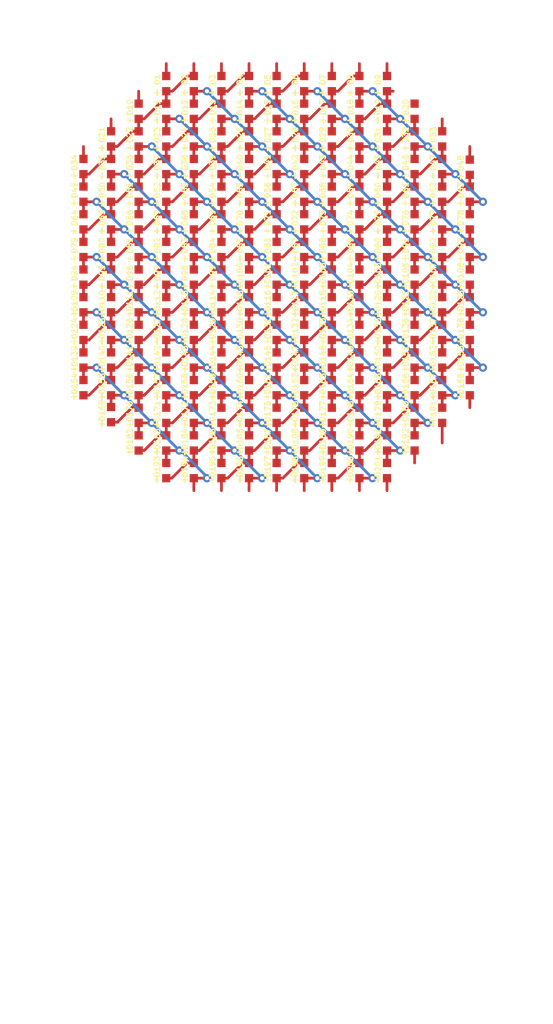
<source format=kicad_pcb>
(kicad_pcb (version 20241229) (generator "pcbnew") (generator_version "9.0")
  (layers (0 "F.Cu" signal) (2 "B.Cu" signal) (13 "F.Paste" user) (15 "B.Paste" user) (5 "F.SilkS" user "F.Silkscreen") (7 "B.SilkS" user "B.Silkscreen") (1 "F.Mask" user) (3 "B.Mask" user) (25 "Edge.Cuts" user))
  (net 0 "")
  (footprint "WL-SMCC_0402:WL-SMCC_0402" (layer "F.Cu") (at 142 98 -90)
    (property "Reference" "D82")
    (property "Value" "WL-SMCC_0402")
  )
  (footprint "WL-SMCC_0402:WL-SMCC_0402" (layer "F.Cu") (at 146 108 -90)
    (property "Reference" "D159")
    (property "Value" "WL-SMCC_0402")
  )
  (footprint "WL-SMCC_0402:WL-SMCC_0402" (layer "F.Cu") (at 144 96 -90)
    (property "Reference" "D68")
    (property "Value" "WL-SMCC_0402")
  )
  (footprint "WL-SMCC_0402:WL-SMCC_0402" (layer "F.Cu") (at 150 86 -90)
    (property "Reference" "D5")
    (property "Value" "WL-SMCC_0402")
  )
  (footprint "WL-SMCC_0402:WL-SMCC_0402" (layer "F.Cu") (at 152 88 -90)
    (property "Reference" "D16")
    (property "Value" "WL-SMCC_0402")
  )
  (footprint "WL-SMCC_0402:WL-SMCC_0402" (layer "F.Cu") (at 148 102 -90)
    (property "Reference" "D115")
    (property "Value" "WL-SMCC_0402")
  )
  (footprint "WL-SMCC_0402:WL-SMCC_0402" (layer "F.Cu") (at 148 88 -90)
    (property "Reference" "D14")
    (property "Value" "WL-SMCC_0402")
  )
  (footprint "WL-SMCC_0402:WL-SMCC_0402" (layer "F.Cu") (at 144 108 -90)
    (property "Reference" "D158")
    (property "Value" "WL-SMCC_0402")
  )
  (footprint "WL-SMCC_0402:WL-SMCC_0402" (layer "F.Cu") (at 152 114 -90)
    (property "Reference" "D198")
    (property "Value" "WL-SMCC_0402")
  )
  (footprint "WL-SMCC_0402:WL-SMCC_0402" (layer "F.Cu") (at 144 104 -90)
    (property "Reference" "D128")
    (property "Value" "WL-SMCC_0402")
  )
  (footprint "WL-SMCC_0402:WL-SMCC_0402" (layer "F.Cu") (at 146 94 -90)
    (property "Reference" "D54")
    (property "Value" "WL-SMCC_0402")
  )
  (footprint "WL-SMCC_0402:WL-SMCC_0402" (layer "F.Cu") (at 150 106 -90)
    (property "Reference" "D146")
    (property "Value" "WL-SMCC_0402")
  )
  (footprint "WL-SMCC_0402:WL-SMCC_0402" (layer "F.Cu") (at 158 112 -90)
    (property "Reference" "D191")
    (property "Value" "WL-SMCC_0402")
  )
  (footprint "WL-SMCC_0402:WL-SMCC_0402" (layer "F.Cu") (at 150 98 -90)
    (property "Reference" "D86")
    (property "Value" "WL-SMCC_0402")
  )
  (footprint "WL-SMCC_0402:WL-SMCC_0402" (layer "F.Cu") (at 136 96 -90)
    (property "Reference" "D64")
    (property "Value" "WL-SMCC_0402")
  )
  (footprint "WL-SMCC_0402:WL-SMCC_0402" (layer "F.Cu") (at 164 100 -90)
    (property "Reference" "D108")
    (property "Value" "WL-SMCC_0402")
  )
  (footprint "WL-SMCC_0402:WL-SMCC_0402" (layer "F.Cu") (at 156 100 -90)
    (property "Reference" "D104")
    (property "Value" "WL-SMCC_0402")
  )
  (footprint "WL-SMCC_0402:WL-SMCC_0402" (layer "F.Cu") (at 144 112 -90)
    (property "Reference" "D184")
    (property "Value" "WL-SMCC_0402")
  )
  (footprint "WL-SMCC_0402:WL-SMCC_0402" (layer "F.Cu") (at 148 106 -90)
    (property "Reference" "D145")
    (property "Value" "WL-SMCC_0402")
  )
  (footprint "WL-SMCC_0402:WL-SMCC_0402" (layer "F.Cu") (at 154 90 -90)
    (property "Reference" "D29")
    (property "Value" "WL-SMCC_0402")
  )
  (footprint "WL-SMCC_0402:WL-SMCC_0402" (layer "F.Cu") (at 150 114 -90)
    (property "Reference" "D197")
    (property "Value" "WL-SMCC_0402")
  )
  (footprint "WL-SMCC_0402:WL-SMCC_0402" (layer "F.Cu") (at 160 106 -90)
    (property "Reference" "D151")
    (property "Value" "WL-SMCC_0402")
  )
  (footprint "WL-SMCC_0402:WL-SMCC_0402" (layer "F.Cu") (at 162 90 -90)
    (property "Reference" "D33")
    (property "Value" "WL-SMCC_0402")
  )
  (footprint "WL-SMCC_0402:WL-SMCC_0402" (layer "F.Cu") (at 140 100 -90)
    (property "Reference" "D96")
    (property "Value" "WL-SMCC_0402")
  )
  (footprint "WL-SMCC_0402:WL-SMCC_0402" (layer "F.Cu") (at 148 110 -90)
    (property "Reference" "D174")
    (property "Value" "WL-SMCC_0402")
  )
  (footprint "WL-SMCC_0402:WL-SMCC_0402" (layer "F.Cu") (at 158 96 -90)
    (property "Reference" "D75")
    (property "Value" "WL-SMCC_0402")
  )
  (footprint "WL-SMCC_0402:WL-SMCC_0402" (layer "F.Cu") (at 142 108 -90)
    (property "Reference" "D157")
    (property "Value" "WL-SMCC_0402")
  )
  (footprint "WL-SMCC_0402:WL-SMCC_0402" (layer "F.Cu") (at 138 94 -90)
    (property "Reference" "D50")
    (property "Value" "WL-SMCC_0402")
  )
  (footprint "WL-SMCC_0402:WL-SMCC_0402" (layer "F.Cu") (at 140 108 -90)
    (property "Reference" "D156")
    (property "Value" "WL-SMCC_0402")
  )
  (footprint "WL-SMCC_0402:WL-SMCC_0402" (layer "F.Cu") (at 146 110 -90)
    (property "Reference" "D173")
    (property "Value" "WL-SMCC_0402")
  )
  (footprint "WL-SMCC_0402:WL-SMCC_0402" (layer "F.Cu") (at 148 112 -90)
    (property "Reference" "D186")
    (property "Value" "WL-SMCC_0402")
  )
  (footprint "WL-SMCC_0402:WL-SMCC_0402" (layer "F.Cu") (at 142 102 -90)
    (property "Reference" "D112")
    (property "Value" "WL-SMCC_0402")
  )
  (footprint "WL-SMCC_0402:WL-SMCC_0402" (layer "F.Cu") (at 160 90 -90)
    (property "Reference" "D32")
    (property "Value" "WL-SMCC_0402")
  )
  (footprint "WL-SMCC_0402:WL-SMCC_0402" (layer "F.Cu") (at 140 112 -90)
    (property "Reference" "D182")
    (property "Value" "WL-SMCC_0402")
  )
  (footprint "WL-SMCC_0402:WL-SMCC_0402" (layer "F.Cu") (at 152 96 -90)
    (property "Reference" "D72")
    (property "Value" "WL-SMCC_0402")
  )
  (footprint "WL-SMCC_0402:WL-SMCC_0402" (layer "F.Cu") (at 158 104 -90)
    (property "Reference" "D135")
    (property "Value" "WL-SMCC_0402")
  )
  (footprint "WL-SMCC_0402:WL-SMCC_0402" (layer "F.Cu") (at 152 110 -90)
    (property "Reference" "D176")
    (property "Value" "WL-SMCC_0402")
  )
  (footprint "WL-SMCC_0402:WL-SMCC_0402" (layer "F.Cu") (at 148 92 -90)
    (property "Reference" "D40")
    (property "Value" "WL-SMCC_0402")
  )
  (footprint "WL-SMCC_0402:WL-SMCC_0402" (layer "F.Cu") (at 158 100 -90)
    (property "Reference" "D105")
    (property "Value" "WL-SMCC_0402")
  )
  (footprint "WL-SMCC_0402:WL-SMCC_0402" (layer "F.Cu") (at 136 108 -90)
    (property "Reference" "D154")
    (property "Value" "WL-SMCC_0402")
  )
  (footprint "WL-SMCC_0402:WL-SMCC_0402" (layer "F.Cu") (at 152 94 -90)
    (property "Reference" "D57")
    (property "Value" "WL-SMCC_0402")
  )
  (footprint "WL-SMCC_0402:WL-SMCC_0402" (layer "F.Cu") (at 158 114 -90)
    (property "Reference" "D201")
    (property "Value" "WL-SMCC_0402")
  )
  (footprint "WL-SMCC_0402:WL-SMCC_0402" (layer "F.Cu") (at 148 100 -90)
    (property "Reference" "D100")
    (property "Value" "WL-SMCC_0402")
  )
  (footprint "WL-SMCC_0402:WL-SMCC_0402" (layer "F.Cu") (at 152 108 -90)
    (property "Reference" "D162")
    (property "Value" "WL-SMCC_0402")
  )
  (footprint "WL-SMCC_0402:WL-SMCC_0402" (layer "F.Cu") (at 158 98 -90)
    (property "Reference" "D90")
    (property "Value" "WL-SMCC_0402")
  )
  (footprint "WL-SMCC_0402:WL-SMCC_0402" (layer "F.Cu") (at 150 104 -90)
    (property "Reference" "D131")
    (property "Value" "WL-SMCC_0402")
  )
  (footprint "WL-SMCC_0402:WL-SMCC_0402" (layer "F.Cu") (at 164 98 -90)
    (property "Reference" "D93")
    (property "Value" "WL-SMCC_0402")
  )
  (footprint "WL-SMCC_0402:WL-SMCC_0402" (layer "F.Cu") (at 158 90 -90)
    (property "Reference" "D31")
    (property "Value" "WL-SMCC_0402")
  )
  (footprint "WL-SMCC_0402:WL-SMCC_0402" (layer "F.Cu") (at 144 90 -90)
    (property "Reference" "D24")
    (property "Value" "WL-SMCC_0402")
  )
  (footprint "WL-SMCC_0402:WL-SMCC_0402" (layer "F.Cu") (at 162 100 -90)
    (property "Reference" "D107")
    (property "Value" "WL-SMCC_0402")
  )
  (footprint "WL-SMCC_0402:WL-SMCC_0402" (layer "F.Cu") (at 144 110 -90)
    (property "Reference" "D172")
    (property "Value" "WL-SMCC_0402")
  )
  (footprint "WL-SMCC_0402:WL-SMCC_0402" (layer "F.Cu") (at 146 98 -90)
    (property "Reference" "D84")
    (property "Value" "WL-SMCC_0402")
  )
  (footprint "WL-SMCC_0402:WL-SMCC_0402" (layer "F.Cu") (at 140 104 -90)
    (property "Reference" "D126")
    (property "Value" "WL-SMCC_0402")
  )
  (footprint "WL-SMCC_0402:WL-SMCC_0402" (layer "F.Cu") (at 136 106 -90)
    (property "Reference" "D139")
    (property "Value" "WL-SMCC_0402")
  )
  (footprint "WL-SMCC_0402:WL-SMCC_0402" (layer "F.Cu") (at 142 110 -90)
    (property "Reference" "D171")
    (property "Value" "WL-SMCC_0402")
  )
  (footprint "WL-SMCC_0402:WL-SMCC_0402" (layer "F.Cu") (at 148 114 -90)
    (property "Reference" "D196")
    (property "Value" "WL-SMCC_0402")
  )
  (footprint "WL-SMCC_0402:WL-SMCC_0402" (layer "F.Cu") (at 154 102 -90)
    (property "Reference" "D118")
    (property "Value" "WL-SMCC_0402")
  )
  (footprint "WL-SMCC_0402:WL-SMCC_0402" (layer "F.Cu") (at 156 108 -90)
    (property "Reference" "D164")
    (property "Value" "WL-SMCC_0402")
  )
  (footprint "WL-SMCC_0402:WL-SMCC_0402" (layer "F.Cu") (at 154 100 -90)
    (property "Reference" "D103")
    (property "Value" "WL-SMCC_0402")
  )
  (footprint "WL-SMCC_0402:WL-SMCC_0402" (layer "F.Cu") (at 164 96 -90)
    (property "Reference" "D78")
    (property "Value" "WL-SMCC_0402")
  )
  (footprint "WL-SMCC_0402:WL-SMCC_0402" (layer "F.Cu") (at 144 98 -90)
    (property "Reference" "D83")
    (property "Value" "WL-SMCC_0402")
  )
  (footprint "WL-SMCC_0402:WL-SMCC_0402" (layer "F.Cu") (at 148 94 -90)
    (property "Reference" "D55")
    (property "Value" "WL-SMCC_0402")
  )
  (footprint "WL-SMCC_0402:WL-SMCC_0402" (layer "F.Cu") (at 140 92 -90)
    (property "Reference" "D36")
    (property "Value" "WL-SMCC_0402")
  )
  (footprint "WL-SMCC_0402:WL-SMCC_0402" (layer "F.Cu") (at 162 96 -90)
    (property "Reference" "D77")
    (property "Value" "WL-SMCC_0402")
  )
  (footprint "WL-SMCC_0402:WL-SMCC_0402" (layer "F.Cu") (at 146 102 -90)
    (property "Reference" "D114")
    (property "Value" "WL-SMCC_0402")
  )
  (footprint "WL-SMCC_0402:WL-SMCC_0402" (layer "F.Cu") (at 154 86 -90)
    (property "Reference" "D7")
    (property "Value" "WL-SMCC_0402")
  )
  (footprint "WL-SMCC_0402:WL-SMCC_0402" (layer "F.Cu") (at 152 106 -90)
    (property "Reference" "D147")
    (property "Value" "WL-SMCC_0402")
  )
  (footprint "WL-SMCC_0402:WL-SMCC_0402" (layer "F.Cu") (at 156 112 -90)
    (property "Reference" "D190")
    (property "Value" "WL-SMCC_0402")
  )
  (footprint "WL-SMCC_0402:WL-SMCC_0402" (layer "F.Cu") (at 154 92 -90)
    (property "Reference" "D43")
    (property "Value" "WL-SMCC_0402")
  )
  (footprint "WL-SMCC_0402:WL-SMCC_0402" (layer "F.Cu") (at 146 92 -90)
    (property "Reference" "D39")
    (property "Value" "WL-SMCC_0402")
  )
  (footprint "WL-SMCC_0402:WL-SMCC_0402" (layer "F.Cu") (at 142 92 -90)
    (property "Reference" "D37")
    (property "Value" "WL-SMCC_0402")
  )
  (footprint "WL-SMCC_0402:WL-SMCC_0402" (layer "F.Cu") (at 142 104 -90)
    (property "Reference" "D127")
    (property "Value" "WL-SMCC_0402")
  )
  (footprint "WL-SMCC_0402:WL-SMCC_0402" (layer "F.Cu") (at 156 90 -90)
    (property "Reference" "D30")
    (property "Value" "WL-SMCC_0402")
  )
  (footprint "WL-SMCC_0402:WL-SMCC_0402" (layer "F.Cu") (at 162 92 -90)
    (property "Reference" "D47")
    (property "Value" "WL-SMCC_0402")
  )
  (footprint "WL-SMCC_0402:WL-SMCC_0402" (layer "F.Cu") (at 144 102 -90)
    (property "Reference" "D113")
    (property "Value" "WL-SMCC_0402")
  )
  (footprint "WL-SMCC_0402:WL-SMCC_0402" (layer "F.Cu") (at 140 96 -90)
    (property "Reference" "D66")
    (property "Value" "WL-SMCC_0402")
  )
  (footprint "WL-SMCC_0402:WL-SMCC_0402" (layer "F.Cu") (at 160 92 -90)
    (property "Reference" "D46")
    (property "Value" "WL-SMCC_0402")
  )
  (footprint "WL-SMCC_0402:WL-SMCC_0402" (layer "F.Cu") (at 140 98 -90)
    (property "Reference" "D81")
    (property "Value" "WL-SMCC_0402")
  )
  (footprint "WL-SMCC_0402:WL-SMCC_0402" (layer "F.Cu") (at 154 106 -90)
    (property "Reference" "D148")
    (property "Value" "WL-SMCC_0402")
  )
  (footprint "WL-SMCC_0402:WL-SMCC_0402" (layer "F.Cu") (at 138 106 -90)
    (property "Reference" "D140")
    (property "Value" "WL-SMCC_0402")
  )
  (footprint "WL-SMCC_0402:WL-SMCC_0402" (layer "F.Cu") (at 138 109.95 -90)
    (property "Reference" "D169")
    (property "Value" "WL-SMCC_0402")
  )
  (footprint "WL-SMCC_0402:WL-SMCC_0402" (layer "F.Cu") (at 144 92 -90)
    (property "Reference" "D38")
    (property "Value" "WL-SMCC_0402")
  )
  (footprint "WL-SMCC_0402:WL-SMCC_0402" (layer "F.Cu") (at 142 94 -90)
    (property "Reference" "D52")
    (property "Value" "WL-SMCC_0402")
  )
  (footprint "WL-SMCC_0402:WL-SMCC_0402" (layer "F.Cu") (at 138 104 -90)
    (property "Reference" "D125")
    (property "Value" "WL-SMCC_0402")
  )
  (footprint "WL-SMCC_0402:WL-SMCC_0402" (layer "F.Cu") (at 138 90 -90)
    (property "Reference" "D21")
    (property "Value" "WL-SMCC_0402")
  )
  (footprint "WL-SMCC_0402:WL-SMCC_0402" (layer "F.Cu") (at 146 114 -90)
    (property "Reference" "D195")
    (property "Value" "WL-SMCC_0402")
  )
  (footprint "WL-SMCC_0402:WL-SMCC_0402" (layer "F.Cu") (at 156 102 -90)
    (property "Reference" "D119")
    (property "Value" "WL-SMCC_0402")
  )
  (footprint "WL-SMCC_0402:WL-SMCC_0402" (layer "F.Cu") (at 158 92 -90)
    (property "Reference" "D45")
    (property "Value" "WL-SMCC_0402")
  )
  (footprint "WL-SMCC_0402:WL-SMCC_0402" (layer "F.Cu") (at 146 106 -90)
    (property "Reference" "D144")
    (property "Value" "WL-SMCC_0402")
  )
  (footprint "WL-SMCC_0402:WL-SMCC_0402" (layer "F.Cu") (at 142 86 -90)
    (property "Reference" "D1")
    (property "Value" "WL-SMCC_0402")
  )
  (footprint "WL-SMCC_0402:WL-SMCC_0402" (layer "F.Cu") (at 148 104 -90)
    (property "Reference" "D130")
    (property "Value" "WL-SMCC_0402")
  )
  (footprint "WL-SMCC_0402:WL-SMCC_0402" (layer "F.Cu") (at 154 96 -90)
    (property "Reference" "D73")
    (property "Value" "WL-SMCC_0402")
  )
  (footprint "WL-SMCC_0402:WL-SMCC_0402" (layer "F.Cu") (at 140 90 -90)
    (property "Reference" "D22")
    (property "Value" "WL-SMCC_0402")
  )
  (footprint "WL-SMCC_0402:WL-SMCC_0402" (layer "F.Cu") (at 136 92 -90)
    (property "Reference" "D34")
    (property "Value" "WL-SMCC_0402")
  )
  (footprint "WL-SMCC_0402:WL-SMCC_0402" (layer "F.Cu") (at 138 96 -90)
    (property "Reference" "D65")
    (property "Value" "WL-SMCC_0402")
  )
  (footprint "WL-SMCC_0402:WL-SMCC_0402" (layer "F.Cu") (at 154 94 -90)
    (property "Reference" "D58")
    (property "Value" "WL-SMCC_0402")
  )
  (footprint "WL-SMCC_0402:WL-SMCC_0402" (layer "F.Cu") (at 152 102 -90)
    (property "Reference" "D117")
    (property "Value" "WL-SMCC_0402")
  )
  (footprint "WL-SMCC_0402:WL-SMCC_0402" (layer "F.Cu") (at 150 110 -90)
    (property "Reference" "D175")
    (property "Value" "WL-SMCC_0402")
  )
  (footprint "WL-SMCC_0402:WL-SMCC_0402" (layer "F.Cu") (at 156 98 -90)
    (property "Reference" "D89")
    (property "Value" "WL-SMCC_0402")
  )
  (footprint "WL-SMCC_0402:WL-SMCC_0402" (layer "F.Cu") (at 152 112 -90)
    (property "Reference" "D188")
    (property "Value" "WL-SMCC_0402")
  )
  (footprint "WL-SMCC_0402:WL-SMCC_0402" (layer "F.Cu") (at 160 102 -90)
    (property "Reference" "D121")
    (property "Value" "WL-SMCC_0402")
  )
  (footprint "WL-SMCC_0402:WL-SMCC_0402" (layer "F.Cu") (at 142 112 -90)
    (property "Reference" "D183")
    (property "Value" "WL-SMCC_0402")
  )
  (footprint "WL-SMCC_0402:WL-SMCC_0402" (layer "F.Cu") (at 150 96 -90)
    (property "Reference" "D71")
    (property "Value" "WL-SMCC_0402")
  )
  (footprint "WL-SMCC_0402:WL-SMCC_0402" (layer "F.Cu") (at 138 98 -90)
    (property "Reference" "D80")
    (property "Value" "WL-SMCC_0402")
  )
  (footprint "WL-SMCC_0402:WL-SMCC_0402" (layer "F.Cu") (at 162 104 -90)
    (property "Reference" "D137")
    (property "Value" "WL-SMCC_0402")
  )
  (footprint "WL-SMCC_0402:WL-SMCC_0402" (layer "F.Cu") (at 150 102 -90)
    (property "Reference" "D116")
    (property "Value" "WL-SMCC_0402")
  )
  (footprint "WL-SMCC_0402:WL-SMCC_0402" (layer "F.Cu") (at 144 88 -90)
    (property "Reference" "D12")
    (property "Value" "WL-SMCC_0402")
  )
  (footprint "WL-SMCC_0402:WL-SMCC_0402" (layer "F.Cu") (at 162 106 -90)
    (property "Reference" "D152")
    (property "Value" "WL-SMCC_0402")
  )
  (footprint "WL-SMCC_0402:WL-SMCC_0402" (layer "F.Cu") (at 156 86 -90)
    (property "Reference" "D8")
    (property "Value" "WL-SMCC_0402")
  )
  (footprint "WL-SMCC_0402:WL-SMCC_0402" (layer "F.Cu") (at 148 86 -90)
    (property "Reference" "D4")
    (property "Value" "WL-SMCC_0402")
  )
  (footprint "WL-SMCC_0402:WL-SMCC_0402" (layer "F.Cu") (at 150 94 -90)
    (property "Reference" "D56")
    (property "Value" "WL-SMCC_0402")
  )
  (footprint "WL-SMCC_0402:WL-SMCC_0402" (layer "F.Cu") (at 154 98 -90)
    (property "Reference" "D88")
    (property "Value" "WL-SMCC_0402")
  )
  (footprint "WL-SMCC_0402:WL-SMCC_0402" (layer "F.Cu") (at 146 112 -90)
    (property "Reference" "D185")
    (property "Value" "WL-SMCC_0402")
  )
  (footprint "WL-SMCC_0402:WL-SMCC_0402" (layer "F.Cu") (at 156 92 -90)
    (property "Reference" "D44")
    (property "Value" "WL-SMCC_0402")
  )
  (footprint "WL-SMCC_0402:WL-SMCC_0402" (layer "F.Cu") (at 162 94 -90)
    (property "Reference" "D62")
    (property "Value" "WL-SMCC_0402")
  )
  (footprint "WL-SMCC_0402:WL-SMCC_0402" (layer "F.Cu") (at 160 108 -90)
    (property "Reference" "D166")
    (property "Value" "WL-SMCC_0402")
  )
  (footprint "WL-SMCC_0402:WL-SMCC_0402" (layer "F.Cu") (at 156 104 -90)
    (property "Reference" "D134")
    (property "Value" "WL-SMCC_0402")
  )
  (footprint "WL-SMCC_0402:WL-SMCC_0402" (layer "F.Cu") (at 162 98 -90)
    (property "Reference" "D92")
    (property "Value" "WL-SMCC_0402")
  )
  (footprint "WL-SMCC_0402:WL-SMCC_0402" (layer "F.Cu") (at 160 94 -90)
    (property "Reference" "D61")
    (property "Value" "WL-SMCC_0402")
  )
  (footprint "WL-SMCC_0402:WL-SMCC_0402" (layer "F.Cu") (at 136 94 -90)
    (property "Reference" "D49")
    (property "Value" "WL-SMCC_0402")
  )
  (footprint "WL-SMCC_0402:WL-SMCC_0402" (layer "F.Cu") (at 152 86 -90)
    (property "Reference" "D6")
    (property "Value" "WL-SMCC_0402")
  )
  (footprint "WL-SMCC_0402:WL-SMCC_0402" (layer "F.Cu") (at 160 104 -90)
    (property "Reference" "D136")
    (property "Value" "WL-SMCC_0402")
  )
  (footprint "WL-SMCC_0402:WL-SMCC_0402" (layer "F.Cu") (at 152 100 -90)
    (property "Reference" "D102")
    (property "Value" "WL-SMCC_0402")
  )
  (footprint "WL-SMCC_0402:WL-SMCC_0402" (layer "F.Cu") (at 160 110 -90)
    (property "Reference" "D180")
    (property "Value" "WL-SMCC_0402")
  )
  (footprint "WL-SMCC_0402:WL-SMCC_0402" (layer "F.Cu") (at 158 110 -90)
    (property "Reference" "D179")
    (property "Value" "WL-SMCC_0402")
  )
  (footprint "WL-SMCC_0402:WL-SMCC_0402" (layer "F.Cu") (at 148 90 -90)
    (property "Reference" "D26")
    (property "Value" "WL-SMCC_0402")
  )
  (footprint "WL-SMCC_0402:WL-SMCC_0402" (layer "F.Cu") (at 154 114 -90)
    (property "Reference" "D199")
    (property "Value" "WL-SMCC_0402")
  )
  (footprint "WL-SMCC_0402:WL-SMCC_0402" (layer "F.Cu") (at 158 106 -90)
    (property "Reference" "D150")
    (property "Value" "WL-SMCC_0402")
  )
  (footprint "WL-SMCC_0402:WL-SMCC_0402" (layer "F.Cu") (at 142 88 -90)
    (property "Reference" "D11")
    (property "Value" "WL-SMCC_0402")
  )
  (footprint "WL-SMCC_0402:WL-SMCC_0402" (layer "F.Cu") (at 150 108 -90)
    (property "Reference" "D161")
    (property "Value" "WL-SMCC_0402")
  )
  (footprint "WL-SMCC_0402:WL-SMCC_0402" (layer "F.Cu") (at 138 108 -90)
    (property "Reference" "D155")
    (property "Value" "WL-SMCC_0402")
  )
  (footprint "WL-SMCC_0402:WL-SMCC_0402" (layer "F.Cu") (at 152 98 -90)
    (property "Reference" "D87")
    (property "Value" "WL-SMCC_0402")
  )
  (footprint "WL-SMCC_0402:WL-SMCC_0402" (layer "F.Cu") (at 150 112 -90)
    (property "Reference" "D187")
    (property "Value" "WL-SMCC_0402")
  )
  (footprint "WL-SMCC_0402:WL-SMCC_0402" (layer "F.Cu") (at 160 112 -90)
    (property "Reference" "D192")
    (property "Value" "WL-SMCC_0402")
  )
  (footprint "WL-SMCC_0402:WL-SMCC_0402" (layer "F.Cu") (at 146 104 -90)
    (property "Reference" "D129")
    (property "Value" "WL-SMCC_0402")
  )
  (footprint "WL-SMCC_0402:WL-SMCC_0402" (layer "F.Cu") (at 152 92 -90)
    (property "Reference" "D42")
    (property "Value" "WL-SMCC_0402")
  )
  (footprint "WL-SMCC_0402:WL-SMCC_0402" (layer "F.Cu") (at 140 88 -90)
    (property "Reference" "D10")
    (property "Value" "WL-SMCC_0402")
  )
  (footprint "WL-SMCC_0402:WL-SMCC_0402" (layer "F.Cu") (at 154 112 -90)
    (property "Reference" "D189")
    (property "Value" "WL-SMCC_0402")
  )
  (footprint "WL-SMCC_0402:WL-SMCC_0402" (layer "F.Cu") (at 158 86 -90)
    (property "Reference" "D9")
    (property "Value" "WL-SMCC_0402")
  )
  (footprint "WL-SMCC_0402:WL-SMCC_0402" (layer "F.Cu") (at 144 106 -90)
    (property "Reference" "D143")
    (property "Value" "WL-SMCC_0402")
  )
  (footprint "WL-SMCC_0402:WL-SMCC_0402" (layer "F.Cu") (at 152 90 -90)
    (property "Reference" "D28")
    (property "Value" "WL-SMCC_0402")
  )
  (footprint "WL-SMCC_0402:WL-SMCC_0402" (layer "F.Cu") (at 150 92 -90)
    (property "Reference" "D41")
    (property "Value" "WL-SMCC_0402")
  )
  (footprint "WL-SMCC_0402:WL-SMCC_0402" (layer "F.Cu") (at 156 96 -90)
    (property "Reference" "D74")
    (property "Value" "WL-SMCC_0402")
  )
  (footprint "WL-SMCC_0402:WL-SMCC_0402" (layer "F.Cu") (at 156 114 -90)
    (property "Reference" "D200")
    (property "Value" "WL-SMCC_0402")
  )
  (footprint "WL-SMCC_0402:WL-SMCC_0402" (layer "F.Cu") (at 136 98 -90)
    (property "Reference" "D79")
    (property "Value" "WL-SMCC_0402")
  )
  (footprint "WL-SMCC_0402:WL-SMCC_0402" (layer "F.Cu") (at 142 100 -90)
    (property "Reference" "D97")
    (property "Value" "WL-SMCC_0402")
  )
  (footprint "WL-SMCC_0402:WL-SMCC_0402" (layer "F.Cu") (at 142 90 -90)
    (property "Reference" "D23")
    (property "Value" "WL-SMCC_0402")
  )
  (footprint "WL-SMCC_0402:WL-SMCC_0402" (layer "F.Cu") (at 160 98 -90)
    (property "Reference" "D91")
    (property "Value" "WL-SMCC_0402")
  )
  (footprint "WL-SMCC_0402:WL-SMCC_0402" (layer "F.Cu") (at 140 94 -90)
    (property "Reference" "D51")
    (property "Value" "WL-SMCC_0402")
  )
  (footprint "WL-SMCC_0402:WL-SMCC_0402" (layer "F.Cu") (at 154 108 -90)
    (property "Reference" "D163")
    (property "Value" "WL-SMCC_0402")
  )
  (footprint "WL-SMCC_0402:WL-SMCC_0402" (layer "F.Cu") (at 158 108 -90)
    (property "Reference" "D165")
    (property "Value" "WL-SMCC_0402")
  )
  (footprint "WL-SMCC_0402:WL-SMCC_0402" (layer "F.Cu") (at 164 108 -90)
    (property "Reference" "D168")
    (property "Value" "WL-SMCC_0402")
  )
  (footprint "WL-SMCC_0402:WL-SMCC_0402" (layer "F.Cu") (at 146 86 -90)
    (property "Reference" "D3")
    (property "Value" "WL-SMCC_0402")
  )
  (footprint "WL-SMCC_0402:WL-SMCC_0402" (layer "F.Cu") (at 146 100 -90)
    (property "Reference" "D99")
    (property "Value" "WL-SMCC_0402")
  )
  (footprint "WL-SMCC_0402:WL-SMCC_0402" (layer "F.Cu") (at 162 110 -90)
    (property "Reference" "D181")
    (property "Value" "WL-SMCC_0402")
  )
  (footprint "WL-SMCC_0402:WL-SMCC_0402" (layer "F.Cu") (at 156 94 -90)
    (property "Reference" "D59")
    (property "Value" "WL-SMCC_0402")
  )
  (footprint "WL-SMCC_0402:WL-SMCC_0402" (layer "F.Cu") (at 154 88 -90)
    (property "Reference" "D17")
    (property "Value" "WL-SMCC_0402")
  )
  (footprint "WL-SMCC_0402:WL-SMCC_0402" (layer "F.Cu") (at 142 114 -90)
    (property "Reference" "D193")
    (property "Value" "WL-SMCC_0402")
  )
  (footprint "WL-SMCC_0402:WL-SMCC_0402" (layer "F.Cu") (at 136 100 -90)
    (property "Reference" "D94")
    (property "Value" "WL-SMCC_0402")
  )
  (footprint "WL-SMCC_0402:WL-SMCC_0402" (layer "F.Cu") (at 164 102 -90)
    (property "Reference" "D123")
    (property "Value" "WL-SMCC_0402")
  )
  (footprint "WL-SMCC_0402:WL-SMCC_0402" (layer "F.Cu") (at 146 88 -90)
    (property "Reference" "D13")
    (property "Value" "WL-SMCC_0402")
  )
  (footprint "WL-SMCC_0402:WL-SMCC_0402" (layer "F.Cu") (at 164 94 -90)
    (property "Reference" "D63")
    (property "Value" "WL-SMCC_0402")
  )
  (footprint "WL-SMCC_0402:WL-SMCC_0402" (layer "F.Cu") (at 158 94 -90)
    (property "Reference" "D60")
    (property "Value" "WL-SMCC_0402")
  )
  (footprint "WL-SMCC_0402:WL-SMCC_0402" (layer "F.Cu") (at 160 96 -90)
    (property "Reference" "D76")
    (property "Value" "WL-SMCC_0402")
  )
  (footprint "WL-SMCC_0402:WL-SMCC_0402" (layer "F.Cu") (at 138 102 -90)
    (property "Reference" "D110")
    (property "Value" "WL-SMCC_0402")
  )
  (footprint "WL-SMCC_0402:WL-SMCC_0402" (layer "F.Cu") (at 156 106 -90)
    (property "Reference" "D149")
    (property "Value" "WL-SMCC_0402")
  )
  (footprint "WL-SMCC_0402:WL-SMCC_0402" (layer "F.Cu") (at 144 94 -90)
    (property "Reference" "D53")
    (property "Value" "WL-SMCC_0402")
  )
  (footprint "WL-SMCC_0402:WL-SMCC_0402" (layer "F.Cu") (at 164 104 -90)
    (property "Reference" "D138")
    (property "Value" "WL-SMCC_0402")
  )
  (footprint "WL-SMCC_0402:WL-SMCC_0402" (layer "F.Cu") (at 150 88 -90)
    (property "Reference" "D15")
    (property "Value" "WL-SMCC_0402")
  )
  (footprint "WL-SMCC_0402:WL-SMCC_0402" (layer "F.Cu") (at 146 90 -90)
    (property "Reference" "D25")
    (property "Value" "WL-SMCC_0402")
  )
  (footprint "WL-SMCC_0402:WL-SMCC_0402" (layer "F.Cu") (at 140 106 -90)
    (property "Reference" "D141")
    (property "Value" "WL-SMCC_0402")
  )
  (footprint "WL-SMCC_0402:WL-SMCC_0402" (layer "F.Cu") (at 136 104 -90)
    (property "Reference" "D124")
    (property "Value" "WL-SMCC_0402")
  )
  (footprint "WL-SMCC_0402:WL-SMCC_0402" (layer "F.Cu") (at 142 106 -90)
    (property "Reference" "D142")
    (property "Value" "WL-SMCC_0402")
  )
  (footprint "WL-SMCC_0402:WL-SMCC_0402" (layer "F.Cu") (at 142 96 -90)
    (property "Reference" "D67")
    (property "Value" "WL-SMCC_0402")
  )
  (footprint "WL-SMCC_0402:WL-SMCC_0402" (layer "F.Cu") (at 148 108 -90)
    (property "Reference" "D160")
    (property "Value" "WL-SMCC_0402")
  )
  (footprint "WL-SMCC_0402:WL-SMCC_0402" (layer "F.Cu") (at 156 88 -90)
    (property "Reference" "D18")
    (property "Value" "WL-SMCC_0402")
  )
  (footprint "WL-SMCC_0402:WL-SMCC_0402" (layer "F.Cu") (at 162 102 -90)
    (property "Reference" "D122")
    (property "Value" "WL-SMCC_0402")
  )
  (footprint "WL-SMCC_0402:WL-SMCC_0402" (layer "F.Cu") (at 154 110 -90)
    (property "Reference" "D177")
    (property "Value" "WL-SMCC_0402")
  )
  (footprint "WL-SMCC_0402:WL-SMCC_0402" (layer "F.Cu") (at 148 96 -90)
    (property "Reference" "D70")
    (property "Value" "WL-SMCC_0402")
  )
  (footprint "WL-SMCC_0402:WL-SMCC_0402" (layer "F.Cu") (at 158 102 -90)
    (property "Reference" "D120")
    (property "Value" "WL-SMCC_0402")
  )
  (footprint "WL-SMCC_0402:WL-SMCC_0402" (layer "F.Cu") (at 144 114 -90)
    (property "Reference" "D194")
    (property "Value" "WL-SMCC_0402")
  )
  (footprint "WL-SMCC_0402:WL-SMCC_0402" (layer "F.Cu") (at 138 92 -90)
    (property "Reference" "D35")
    (property "Value" "WL-SMCC_0402")
  )
  (footprint "WL-SMCC_0402:WL-SMCC_0402" (layer "F.Cu") (at 164 106 -90)
    (property "Reference" "D153")
    (property "Value" "WL-SMCC_0402")
  )
  (footprint "WL-SMCC_0402:WL-SMCC_0402" (layer "F.Cu") (at 164 92.05 -90)
    (property "Reference" "D48")
    (property "Value" "WL-SMCC_0402")
  )
  (footprint "WL-SMCC_0402:WL-SMCC_0402" (layer "F.Cu") (at 140 110 -90)
    (property "Reference" "D170")
    (property "Value" "WL-SMCC_0402")
  )
  (footprint "WL-SMCC_0402:WL-SMCC_0402" (layer "F.Cu") (at 150 100 -90)
    (property "Reference" "D101")
    (property "Value" "WL-SMCC_0402")
  )
  (footprint "WL-SMCC_0402:WL-SMCC_0402" (layer "F.Cu") (at 152 104 -90)
    (property "Reference" "D132")
    (property "Value" "WL-SMCC_0402")
  )
  (footprint "WL-SMCC_0402:WL-SMCC_0402" (layer "F.Cu") (at 162 108 -90)
    (property "Reference" "D167")
    (property "Value" "WL-SMCC_0402")
  )
  (footprint "WL-SMCC_0402:WL-SMCC_0402" (layer "F.Cu") (at 140 102 -90)
    (property "Reference" "D111")
    (property "Value" "WL-SMCC_0402")
  )
  (footprint "WL-SMCC_0402:WL-SMCC_0402" (layer "F.Cu") (at 160 88 -90)
    (property "Reference" "D20")
    (property "Value" "WL-SMCC_0402")
  )
  (footprint "WL-SMCC_0402:WL-SMCC_0402" (layer "F.Cu") (at 158 88 -90)
    (property "Reference" "D19")
    (property "Value" "WL-SMCC_0402")
  )
  (footprint "WL-SMCC_0402:WL-SMCC_0402" (layer "F.Cu") (at 154 104 -90)
    (property "Reference" "D133")
    (property "Value" "WL-SMCC_0402")
  )
  (footprint "WL-SMCC_0402:WL-SMCC_0402" (layer "F.Cu") (at 148 98 -90)
    (property "Reference" "D85")
    (property "Value" "WL-SMCC_0402")
  )
  (footprint "WL-SMCC_0402:WL-SMCC_0402" (layer "F.Cu") (at 160 100 -90)
    (property "Reference" "D106")
    (property "Value" "WL-SMCC_0402")
  )
  (footprint "WL-SMCC_0402:WL-SMCC_0402" (layer "F.Cu") (at 144 86 -90)
    (property "Reference" "D2")
    (property "Value" "WL-SMCC_0402")
  )
  (footprint "WL-SMCC_0402:WL-SMCC_0402" (layer "F.Cu") (at 156 110 -90)
    (property "Reference" "D178")
    (property "Value" "WL-SMCC_0402")
  )
  (footprint "WL-SMCC_0402:WL-SMCC_0402" (layer "F.Cu") (at 136 102 -90)
    (property "Reference" "D109")
    (property "Value" "WL-SMCC_0402")
  )
  (footprint "WL-SMCC_0402:WL-SMCC_0402" (layer "F.Cu") (at 146 96 -90)
    (property "Reference" "D69")
    (property "Value" "WL-SMCC_0402")
  )
  (footprint "WL-SMCC_0402:WL-SMCC_0402" (layer "F.Cu") (at 150 90 -90)
    (property "Reference" "D27")
    (property "Value" "WL-SMCC_0402")
  )
  (footprint "WL-SMCC_0402:WL-SMCC_0402" (layer "F.Cu") (at 138 100 -90)
    (property "Reference" "D95")
    (property "Value" "WL-SMCC_0402")
  )
  (footprint "WL-SMCC_0402:WL-SMCC_0402" (layer "F.Cu") (at 144 100 -90)
    (property "Reference" "D98")
    (property "Value" "WL-SMCC_0402")
  )
  (segment (start 139.55 89.45) (end 140 89.45) (width 0.2) (layer "F.Cu") (net 0))
  (segment (start 152 101.45) (end 152 100.55) (width 0.2) (layer "F.Cu") (net 0))
  (segment (start 142.45 86.55) (end 143.55 85.45) (width 0.2) (layer "F.Cu") (net 0))
  (segment (start 140 94.55) (end 140.95 94.55) (width 0.2) (layer "F.Cu") (net 0))
  (segment (start 156 90.55) (end 156.95 90.55) (width 0.2) (layer "F.Cu") (net 0))
  (segment (start 154.45 106.55) (end 155.55 105.45) (width 0.2) (layer "F.Cu") (net 0))
  (segment (start 158.45 106.55) (end 159.55 105.45) (width 0.2) (layer "F.Cu") (net 0))
  (segment (start 150 115.45) (end 150 114.55) (width 0.2) (layer "F.Cu") (net 0))
  (segment (start 150.45 90.55) (end 151.55 89.45) (width 0.2) (layer "F.Cu") (net 0))
  (segment (start 160.4 96.55) (end 161.5 95.45) (width 0.2) (layer "F.Cu") (net 0))
  (segment (start 144.4 104.55) (end 145.5 103.45) (width 0.2) (layer "F.Cu") (net 0))
  (segment (start 159.55 89.45) (end 160 89.45) (width 0.2) (layer "F.Cu") (net 0))
  (segment (start 150 111.45) (end 150 110.55) (width 0.2) (layer "F.Cu") (net 0))
  (segment (start 158.45 94.55) (end 159.55 93.45) (width 0.2) (layer "F.Cu") (net 0))
  (segment (start 159.55 97.45) (end 160 97.45) (width 0.2) (layer "F.Cu") (net 0))
  (segment (start 156 104.55) (end 156.4 104.55) (width 0.2) (layer "F.Cu") (net 0))
  (segment (start 156.4 108.55) (end 157.5 107.45) (width 0.2) (layer "F.Cu") (net 0))
  (segment (start 136.4 96.55) (end 137.5 95.45) (width 0.2) (layer "F.Cu") (net 0))
  (segment (start 148 109.45) (end 148 108.55) (width 0.2) (layer "F.Cu") (net 0))
  (segment (start 140 101.45) (end 140 100.55) (width 0.2) (layer "F.Cu") (net 0))
  (segment (start 144 108.55) (end 144.4 108.55) (width 0.2) (layer "F.Cu") (net 0))
  (segment (start 142 103.45) (end 142 102.55) (width 0.2) (layer "F.Cu") (net 0))
  (segment (start 158 113.45) (end 158 112.55) (width 0.2) (layer "F.Cu") (net 0))
  (segment (start 164 106.55) (end 164.95 106.55) (width 0.2) (layer "F.Cu") (net 0))
  (segment (start 150 100.55) (end 150.95 100.55) (width 0.2) (layer "F.Cu") (net 0))
  (segment (start 162 91.45) (end 162 90.55) (width 0.2) (layer "F.Cu") (net 0))
  (segment (start 142 113.45) (end 142 112.55) (width 0.2) (layer "F.Cu") (net 0))
  (segment (start 142 95.45) (end 142 94.55) (width 0.2) (layer "F.Cu") (net 0))
  (segment (start 147.55 97.45) (end 148 97.45) (width 0.2) (layer "F.Cu") (net 0))
  (segment (start 152 107.45) (end 152 106.55) (width 0.2) (layer "F.Cu") (net 0))
  (segment (start 150 95.45) (end 149.5 95.45) (width 0.2) (layer "F.Cu") (net 0))
  (segment (start 150 92.55) (end 150.95 92.55) (width 0.2) (layer "F.Cu") (net 0))
  (segment (start 162 91.45) (end 161.5 91.45) (width 0.2) (layer "F.Cu") (net 0))
  (segment (start 160.4 100.55) (end 161.5 99.45) (width 0.2) (layer "F.Cu") (net 0))
  (segment (start 152 91.45) (end 152 90.55) (width 0.2) (layer "F.Cu") (net 0))
  (segment (start 138.45 110.5) (end 139.55 109.4) (width 0.2) (layer "F.Cu") (net 0))
  (segment (start 147.55 113.45) (end 148 113.45) (width 0.2) (layer "F.Cu") (net 0))
  (segment (start 154 90.55) (end 154.45 90.55) (width 0.2) (layer "F.Cu") (net 0))
  (segment (start 155.55 85.45) (end 156 85.45) (width 0.2) (layer "F.Cu") (net 0))
  (segment (start 146 99.45) (end 145.5 99.45) (width 0.2) (layer "F.Cu") (net 0))
  (segment (start 158 88.55) (end 158.95 88.55) (width 0.2) (layer "F.Cu") (net 0))
  (segment (start 154 100.55) (end 154.95 100.55) (width 0.2) (layer "F.Cu") (net 0))
  (segment (start 160 96.55) (end 160.4 96.55) (width 0.2) (layer "F.Cu") (net 0))
  (segment (start 142 93.45) (end 142 92.55) (width 0.2) (layer "F.Cu") (net 0))
  (segment (start 148 86.55) (end 148.95 86.55) (width 0.2) (layer "F.Cu") (net 0))
  (segment (start 162 99.45) (end 162 98.55) (width 0.2) (layer "F.Cu") (net 0))
  (segment (start 142 110.55) (end 142.45 110.55) (width 0.2) (layer "F.Cu") (net 0))
  (segment (start 148.4 112.55) (end 149.5 111.45) (width 0.2) (layer "F.Cu") (net 0))
  (segment (start 146 94.55) (end 146.45 94.55) (width 0.2) (layer "F.Cu") (net 0))
  (segment (start 150 96.55) (end 150.95 96.55) (width 0.2) (layer "F.Cu") (net 0))
  (segment (start 144 103.45) (end 144 102.55) (width 0.2) (layer "F.Cu") (net 0))
  (segment (start 138 91.45) (end 137.5 91.45) (width 0.2) (layer "F.Cu") (net 0))
  (segment (start 158 91.45) (end 158 90.55) (width 0.2) (layer "F.Cu") (net 0))
  (segment (start 164 93.45) (end 164 92.55) (width 0.2) (layer "F.Cu") (net 0))
  (segment (start 142 87.45) (end 142 86.55) (width 0.2) (layer "F.Cu") (net 0))
  (segment (start 144 115.45) (end 144 114.55) (width 0.2) (layer "F.Cu") (net 0))
  (segment (start 156 105.45) (end 156 104.55) (width 0.2) (layer "F.Cu") (net 0))
  (segment (start 146 103.45) (end 145.5 103.45) (width 0.2) (layer "F.Cu") (net 0))
  (segment (start 158 101.45) (end 158 100.55) (width 0.2) (layer "F.Cu") (net 0))
  (segment (start 139.55 97.45) (end 140 97.45) (width 0.2) (layer "F.Cu") (net 0))
  (segment (start 160 105.45) (end 160 104.55) (width 0.2) (layer "F.Cu") (net 0))
  (segment (start 159.55 89.45) (end 160 89.45) (width 0.2) (layer "F.Cu") (net 0))
  (segment (start 140.4 92.55) (end 141.5 91.45) (width 0.2) (layer "F.Cu") (net 0))
  (segment (start 140 92.55) (end 140.4 92.55) (width 0.2) (layer "F.Cu") (net 0))
  (segment (start 142 91.45) (end 141.5 91.45) (width 0.2) (layer "F.Cu") (net 0))
  (segment (start 140 88.55) (end 140.4 88.55) (width 0.2) (layer "F.Cu") (net 0))
  (segment (start 148 107.45) (end 148 106.55) (width 0.2) (layer "F.Cu") (net 0))
  (segment (start 152 89.45) (end 152 88.55) (width 0.2) (layer "F.Cu") (net 0))
  (segment (start 136 104.55) (end 136.4 104.55) (width 0.2) (layer "F.Cu") (net 0))
  (segment (start 147.55 105.45) (end 148 105.45) (width 0.2) (layer "F.Cu") (net 0))
  (segment (start 144 110.55) (end 144.95 110.55) (width 0.2) (layer "F.Cu") (net 0))
  (segment (start 140 111.45) (end 140 110.55) (width 0.2) (layer "F.Cu") (net 0))
  (segment (start 142 96.55) (end 142.95 96.55) (width 0.2) (layer "F.Cu") (net 0))
  (segment (start 154 106.55) (end 154.45 106.55) (width 0.2) (layer "F.Cu") (net 0))
  (segment (start 148.4 100.55) (end 149.5 99.45) (width 0.2) (layer "F.Cu") (net 0))
  (segment (start 136 98.55) (end 136.95 98.55) (width 0.2) (layer "F.Cu") (net 0))
  (segment (start 147.55 93.45) (end 148 93.45) (width 0.2) (layer "F.Cu") (net 0))
  (segment (start 147.55 109.45) (end 148 109.45) (width 0.2) (layer "F.Cu") (net 0))
  (segment (start 154 99.45) (end 154 98.55) (width 0.2) (layer "F.Cu") (net 0))
  (segment (start 154 112.55) (end 154.95 112.55) (width 0.2) (layer "F.Cu") (net 0))
  (segment (start 144 95.45) (end 144 94.55) (width 0.2) (layer "F.Cu") (net 0))
  (segment (start 164 99.45) (end 164 98.55) (width 0.2) (layer "F.Cu") (net 0))
  (segment (start 146 90.55) (end 146.45 90.55) (width 0.2) (layer "F.Cu") (net 0))
  (segment (start 144 85.45) (end 144 84.55) (width 0.2) (layer "F.Cu") (net 0))
  (segment (start 144 111.45) (end 144 110.55) (width 0.2) (layer "F.Cu") (net 0))
  (segment (start 162 103.45) (end 162 102.55) (width 0.2) (layer "F.Cu") (net 0))
  (segment (start 164 94.55) (end 164.95 94.55) (width 0.2) (layer "F.Cu") (net 0))
  (segment (start 140 90.55) (end 140.95 90.55) (width 0.2) (layer "F.Cu") (net 0))
  (segment (start 154.45 114.55) (end 155.55 113.45) (width 0.2) (layer "F.Cu") (net 0))
  (segment (start 144 89.45) (end 144 88.55) (width 0.2) (layer "F.Cu") (net 0))
  (segment (start 150 104.55) (end 150.95 104.55) (width 0.2) (layer "F.Cu") (net 0))
  (segment (start 150 99.45) (end 150 98.55) (width 0.2) (layer "F.Cu") (net 0))
  (segment (start 156 112.55) (end 156.4 112.55) (width 0.2) (layer "F.Cu") (net 0))
  (segment (start 138 97.45) (end 138 96.55) (width 0.2) (layer "F.Cu") (net 0))
  (segment (start 148 113.45) (end 148 112.55) (width 0.2) (layer "F.Cu") (net 0))
  (segment (start 156 89.45) (end 156 88.55) (width 0.2) (layer "F.Cu") (net 0))
  (segment (start 160.4 104.55) (end 161.5 103.45) (width 0.2) (layer "F.Cu") (net 0))
  (segment (start 150.45 98.55) (end 151.55 97.45) (width 0.2) (layer "F.Cu") (net 0))
  (segment (start 146 103.45) (end 146 102.55) (width 0.2) (layer "F.Cu") (net 0))
  (segment (start 152 86.55) (end 152.95 86.55) (width 0.2) (layer "F.Cu") (net 0))
  (segment (start 146 96.55) (end 146.95 96.55) (width 0.2) (layer "F.Cu") (net 0))
  (segment (start 152 90.55) (end 152.95 90.55) (width 0.2) (layer "F.Cu") (net 0))
  (segment (start 146 108.55) (end 146.95 108.55) (width 0.2) (layer "F.Cu") (net 0))
  (segment (start 140 107.45) (end 140 106.55) (width 0.2) (layer "F.Cu") (net 0))
  (segment (start 144 109.45) (end 144 108.55) (width 0.2) (layer "F.Cu") (net 0))
  (segment (start 152 87.45) (end 152 86.55) (width 0.2) (layer "F.Cu") (net 0))
  (segment (start 142 94.55) (end 142.45 94.55) (width 0.2) (layer "F.Cu") (net 0))
  (segment (start 146.45 114.55) (end 147.55 113.45) (width 0.2) (layer "F.Cu") (net 0))
  (segment (start 162 107.45) (end 162 106.55) (width 0.2) (layer "F.Cu") (net 0))
  (segment (start 142 105.45) (end 142 104.55) (width 0.2) (layer "F.Cu") (net 0))
  (segment (start 152 97.45) (end 152 96.55) (width 0.2) (layer "F.Cu") (net 0))
  (segment (start 144 113.45) (end 144 112.55) (width 0.2) (layer "F.Cu") (net 0))
  (segment (start 152 106.55) (end 152.95 106.55) (width 0.2) (layer "F.Cu") (net 0))
  (segment (start 148 115.45) (end 148 114.55) (width 0.2) (layer "F.Cu") (net 0))
  (segment (start 146.45 90.55) (end 147.55 89.45) (width 0.2) (layer "F.Cu") (net 0))
  (segment (start 160 100.55) (end 160.4 100.55) (width 0.2) (layer "F.Cu") (net 0))
  (segment (start 160 97.45) (end 160 96.55) (width 0.2) (layer "F.Cu") (net 0))
  (segment (start 140 110.55) (end 140.95 110.55) (width 0.2) (layer "F.Cu") (net 0))
  (segment (start 156 95.45) (end 156 94.55) (width 0.2) (layer "F.Cu") (net 0))
  (segment (start 154 102.55) (end 154.45 102.55) (width 0.2) (layer "F.Cu") (net 0))
  (segment (start 160 108.55) (end 160.4 108.55) (width 0.2) (layer "F.Cu") (net 0))
  (segment (start 158.45 90.55) (end 159.55 89.45) (width 0.2) (layer "F.Cu") (net 0))
  (segment (start 150 109.45) (end 150 108.55) (width 0.2) (layer "F.Cu") (net 0))
  (segment (start 151.55 97.45) (end 152 97.45) (width 0.2) (layer "F.Cu") (net 0))
  (segment (start 140.4 96.55) (end 141.5 95.45) (width 0.2) (layer "F.Cu") (net 0))
  (segment (start 148 92.55) (end 148.4 92.55) (width 0.2) (layer "F.Cu") (net 0))
  (segment (start 152.4 88.55) (end 153.5 87.45) (width 0.2) (layer "F.Cu") (net 0))
  (segment (start 158 110.55) (end 158.45 110.55) (width 0.2) (layer "F.Cu") (net 0))
  (segment (start 142.45 102.55) (end 143.55 101.45) (width 0.2) (layer "F.Cu") (net 0))
  (segment (start 160 107.45) (end 160 106.55) (width 0.2) (layer "F.Cu") (net 0))
  (segment (start 162 105.45) (end 162 104.55) (width 0.2) (layer "F.Cu") (net 0))
  (segment (start 148 85.45) (end 148 84.55) (width 0.2) (layer "F.Cu") (net 0))
  (segment (start 156 107.45) (end 156 106.55) (width 0.2) (layer "F.Cu") (net 0))
  (segment (start 150.45 94.55) (end 151.55 93.45) (width 0.2) (layer "F.Cu") (net 0))
  (segment (start 150.45 114.55) (end 151.55 113.45) (width 0.2) (layer "F.Cu") (net 0))
  (segment (start 142 91.45) (end 142 90.55) (width 0.2) (layer "F.Cu") (net 0))
  (segment (start 162 100.55) (end 162.95 100.55) (width 0.2) (layer "F.Cu") (net 0))
  (segment (start 142 92.55) (end 142.95 92.55) (width 0.2) (layer "F.Cu") (net 0))
  (segment (start 158 91.45) (end 157.5 91.45) (width 0.2) (layer "F.Cu") (net 0))
  (segment (start 142 111.45) (end 141.5 111.45) (width 0.2) (layer "F.Cu") (net 0))
  (segment (start 150.45 106.55) (end 151.55 105.45) (width 0.2) (layer "F.Cu") (net 0))
  (segment (start 140 109.45) (end 140 108.55) (width 0.2) (layer "F.Cu") (net 0))
  (segment (start 162.45 94.55) (end 163.55 93.45) (width 0.2) (layer "F.Cu") (net 0))
  (segment (start 156 106.55) (end 156.95 106.55) (width 0.2) (layer "F.Cu") (net 0))
  (segment (start 148 91.45) (end 148 90.55) (width 0.2) (layer "F.Cu") (net 0))
  (segment (start 142 99.45) (end 142 98.55) (width 0.2) (layer "F.Cu") (net 0))
  (segment (start 144 92.55) (end 144.4 92.55) (width 0.2) (layer "F.Cu") (net 0))
  (segment (start 152 100.55) (end 152.4 100.55) (width 0.2) (layer "F.Cu") (net 0))
  (segment (start 150 113.45) (end 150 112.55) (width 0.2) (layer "F.Cu") (net 0))
  (segment (start 148 90.55) (end 148.95 90.55) (width 0.2) (layer "F.Cu") (net 0))
  (segment (start 152 105.45) (end 152 104.55) (width 0.2) (layer "F.Cu") (net 0))
  (segment (start 148 93.45) (end 148 92.55) (width 0.2) (layer "F.Cu") (net 0))
  (segment (start 156 93.45) (end 156 92.55) (width 0.2) (layer "F.Cu") (net 0))
  (segment (start 146 91.45) (end 146 90.55) (width 0.2) (layer "F.Cu") (net 0))
  (segment (start 152 103.45) (end 152 102.55) (width 0.2) (layer "F.Cu") (net 0))
  (segment (start 136 103.45) (end 136 102.55) (width 0.2) (layer "F.Cu") (net 0))
  (segment (start 142 104.55) (end 142.95 104.55) (width 0.2) (layer "F.Cu") (net 0))
  (segment (start 140 93.45) (end 140 92.55) (width 0.2) (layer "F.Cu") (net 0))
  (segment (start 154 111.45) (end 153.5 111.45) (width 0.2) (layer "F.Cu") (net 0))
  (segment (start 138 103.45) (end 138 102.55) (width 0.2) (layer "F.Cu") (net 0))
  (segment (start 152 92.55) (end 152.4 92.55) (width 0.2) (layer "F.Cu") (net 0))
  (segment (start 136 96.55) (end 136.4 96.55) (width 0.2) (layer "F.Cu") (net 0))
  (segment (start 160 110.55) (end 160.95 110.55) (width 0.2) (layer "F.Cu") (net 0))
  (segment (start 160 92.55) (end 160.4 92.55) (width 0.2) (layer "F.Cu") (net 0))
  (segment (start 136.4 100.55) (end 137.5 99.45) (width 0.2) (layer "F.Cu") (net 0))
  (segment (start 143.55 97.45) (end 144 97.45) (width 0.2) (layer "F.Cu") (net 0))
  (segment (start 156 86.55) (end 156.95 86.55) (width 0.2) (layer "F.Cu") (net 0))
  (segment (start 158 99.45) (end 158 98.55) (width 0.2) (layer "F.Cu") (net 0))
  (segment (start 148 87.45) (end 148 86.55) (width 0.2) (layer "F.Cu") (net 0))
  (segment (start 154 87.45) (end 154 86.55) (width 0.2) (layer "F.Cu") (net 0))
  (segment (start 146 111.45) (end 146 110.55) (width 0.2) (layer "F.Cu") (net 0))
  (segment (start 159.55 93.45) (end 160 93.45) (width 0.2) (layer "F.Cu") (net 0))
  (segment (start 158 115.45) (end 158 114.55) (width 0.2) (layer "F.Cu") (net 0))
  (segment (start 147.55 101.45) (end 148 101.45) (width 0.2) (layer "F.Cu") (net 0))
  (segment (start 142 86.55) (end 142.45 86.55) (width 0.2) (layer "F.Cu") (net 0))
  (segment (start 139.55 101.45) (end 140 101.45) (width 0.2) (layer "F.Cu") (net 0))
  (segment (start 162 112) (end 162 110.55) (width 0.2) (layer "F.Cu") (net 0))
  (segment (start 156 92.55) (end 156.4 92.55) (width 0.2) (layer "F.Cu") (net 0))
  (segment (start 152 99.45) (end 152 98.55) (width 0.2) (layer "F.Cu") (net 0))
  (segment (start 155.55 97.45) (end 156 97.45) (width 0.2) (layer "F.Cu") (net 0))
  (segment (start 160 106.55) (end 160.95 106.55) (width 0.2) (layer "F.Cu") (net 0))
  (segment (start 158 105.45) (end 158 104.55) (width 0.2) (layer "F.Cu") (net 0))
  (segment (start 154 103.45) (end 153.5 103.45) (width 0.2) (layer "F.Cu") (net 0))
  (segment (start 146 95.45) (end 146 94.55) (width 0.2) (layer "F.Cu") (net 0))
  (segment (start 150 91.45) (end 149.5 91.45) (width 0.2) (layer "F.Cu") (net 0))
  (segment (start 138 107.45) (end 137.5 107.45) (width 0.2) (layer "F.Cu") (net 0))
  (segment (start 146 97.45) (end 146 96.55) (width 0.2) (layer "F.Cu") (net 0))
  (segment (start 140 95.45) (end 140 94.55) (width 0.2) (layer "F.Cu") (net 0))
  (segment (start 143.55 105.45) (end 144 105.45) (width 0.2) (layer "F.Cu") (net 0))
  (segment (start 160 90.55) (end 160.95 90.55) (width 0.2) (layer "F.Cu") (net 0))
  (segment (start 163.55 97.45) (end 164 97.45) (width 0.2) (layer "F.Cu") (net 0))
  (segment (start 156 97.45) (end 156 96.55) (width 0.2) (layer "F.Cu") (net 0))
  (segment (start 146 88.55) (end 146.95 88.55) (width 0.2) (layer "F.Cu") (net 0))
  (segment (start 138 95.45) (end 138 94.55) (width 0.2) (layer "F.Cu") (net 0))
  (segment (start 156 114.55) (end 156.95 114.55) (width 0.2) (layer "F.Cu") (net 0))
  (segment (start 158 90.55) (end 158.45 90.55) (width 0.2) (layer "F.Cu") (net 0))
  (segment (start 156 102.55) (end 156.95 102.55) (width 0.2) (layer "F.Cu") (net 0))
  (segment (start 156.4 92.55) (end 157.5 91.45) (width 0.2) (layer "F.Cu") (net 0))
  (segment (start 142.45 110.55) (end 143.55 109.45) (width 0.2) (layer "F.Cu") (net 0))
  (segment (start 144 87.45) (end 144 86.55) (width 0.2) (layer "F.Cu") (net 0))
  (segment (start 144 88.55) (end 144.4 88.55) (width 0.2) (layer "F.Cu") (net 0))
  (segment (start 146 106.55) (end 146.45 106.55) (width 0.2) (layer "F.Cu") (net 0))
  (segment (start 142 102.55) (end 142.45 102.55) (width 0.2) (layer "F.Cu") (net 0))
  (segment (start 164 101.45) (end 164 100.55) (width 0.2) (layer "F.Cu") (net 0))
  (segment (start 150 99.45) (end 149.5 99.45) (width 0.2) (layer "F.Cu") (net 0))
  (segment (start 142 107.45) (end 141.5 107.45) (width 0.2) (layer "F.Cu") (net 0))
  (segment (start 138 92.55) (end 138.95 92.55) (width 0.2) (layer "F.Cu") (net 0))
  (segment (start 162 95.45) (end 161.5 95.45) (width 0.2) (layer "F.Cu") (net 0))
  (segment (start 156 91.45) (end 156 90.55) (width 0.2) (layer "F.Cu") (net 0))
  (segment (start 148 95.45) (end 148 94.55) (width 0.2) (layer "F.Cu") (net 0))
  (segment (start 152.4 96.55) (end 153.5 95.45) (width 0.2) (layer "F.Cu") (net 0))
  (segment (start 142 88.55) (end 142.95 88.55) (width 0.2) (layer "F.Cu") (net 0))
  (segment (start 139.55 105.45) (end 140 105.45) (width 0.2) (layer "F.Cu") (net 0))
  (segment (start 144 98.55) (end 144.95 98.55) (width 0.2) (layer "F.Cu") (net 0))
  (segment (start 152 94.55) (end 152.95 94.55) (width 0.2) (layer "F.Cu") (net 0))
  (segment (start 136 91.45) (end 136 90.55) (width 0.2) (layer "F.Cu") (net 0))
  (segment (start 144.4 112.55) (end 145.5 111.45) (width 0.2) (layer "F.Cu") (net 0))
  (segment (start 142 111.45) (end 142 110.55) (width 0.2) (layer "F.Cu") (net 0))
  (segment (start 138 102.55) (end 138.45 102.55) (width 0.2) (layer "F.Cu") (net 0))
  (segment (start 146 105.45) (end 146 104.55) (width 0.2) (layer "F.Cu") (net 0))
  (segment (start 158 98.55) (end 158.45 98.55) (width 0.2) (layer "F.Cu") (net 0))
  (segment (start 152 85.45) (end 152 84.55) (width 0.2) (layer "F.Cu") (net 0))
  (segment (start 138 91.45) (end 138 90.55) (width 0.2) (layer "F.Cu") (net 0))
  (segment (start 147.55 85.45) (end 148 85.45) (width 0.2) (layer "F.Cu") (net 0))
  (segment (start 146 107.45) (end 145.5 107.45) (width 0.2) (layer "F.Cu") (net 0))
  (segment (start 144.4 108.55) (end 145.5 107.45) (width 0.2) (layer "F.Cu") (net 0))
  (segment (start 151.55 89.45) (end 152 89.45) (width 0.2) (layer "F.Cu") (net 0))
  (segment (start 154 95.45) (end 154 94.55) (width 0.2) (layer "F.Cu") (net 0))
  (segment (start 143.55 89.45) (end 144 89.45) (width 0.2) (layer "F.Cu") (net 0))
  (segment (start 150 105.45) (end 150 104.55) (width 0.2) (layer "F.Cu") (net 0))
  (segment (start 163.55 97.45) (end 164 97.45) (width 0.2) (layer "F.Cu") (net 0))
  (segment (start 160 102.55) (end 160.95 102.55) (width 0.2) (layer "F.Cu") (net 0))
  (segment (start 150 95.45) (end 150 94.55) (width 0.2) (layer "F.Cu") (net 0))
  (segment (start 155.55 93.45) (end 156 93.45) (width 0.2) (layer "F.Cu") (net 0))
  (segment (start 148 103.45) (end 148 102.55) (width 0.2) (layer "F.Cu") (net 0))
  (segment (start 146 110.55) (end 146.45 110.55) (width 0.2) (layer "F.Cu") (net 0))
  (segment (start 142 95.45) (end 141.5 95.45) (width 0.2) (layer "F.Cu") (net 0))
  (segment (start 146 107.45) (end 146 106.55) (width 0.2) (layer "F.Cu") (net 0))
  (segment (start 154 108.55) (end 154.95 108.55) (width 0.2) (layer "F.Cu") (net 0))
  (segment (start 155.55 113.45) (end 156 113.45) (width 0.2) (layer "F.Cu") (net 0))
  (segment (start 142 90.55) (end 142.45 90.55) (width 0.2) (layer "F.Cu") (net 0))
  (segment (start 146 91.45) (end 145.5 91.45) (width 0.2) (layer "F.Cu") (net 0))
  (segment (start 144 106.55) (end 144.95 106.55) (width 0.2) (layer "F.Cu") (net 0))
  (segment (start 144.4 88.55) (end 145.5 87.45) (width 0.2) (layer "F.Cu") (net 0))
  (segment (start 142 85.45) (end 142 84.55) (width 0.2) (layer "F.Cu") (net 0))
  (segment (start 150 111.45) (end 149.5 111.45) (width 0.2) (layer "F.Cu") (net 0))
  (segment (start 139.55 89.45) (end 140 89.45) (width 0.2) (layer "F.Cu") (net 0))
  (segment (start 152 112.55) (end 152.4 112.55) (width 0.2) (layer "F.Cu") (net 0))
  (segment (start 146 102.55) (end 146.45 102.55) (width 0.2) (layer "F.Cu") (net 0))
  (segment (start 164 105.45) (end 164 104.55) (width 0.2) (layer "F.Cu") (net 0))
  (segment (start 146 98.55) (end 146.45 98.55) (width 0.2) (layer "F.Cu") (net 0))
  (segment (start 143.5 113.45) (end 144 113.45) (width 0.2) (layer "F.Cu") (net 0))
  (segment (start 139.55 97.45) (end 140 97.45) (width 0.2) (layer "F.Cu") (net 0))
  (segment (start 154.45 90.55) (end 155.55 89.45) (width 0.2) (layer "F.Cu") (net 0))
  (segment (start 150.45 110.55) (end 151.55 109.45) (width 0.2) (layer "F.Cu") (net 0))
  (segment (start 140 105.45) (end 140 104.55) (width 0.2) (layer "F.Cu") (net 0))
  (segment (start 156 100.55) (end 156.4 100.55) (width 0.2) (layer "F.Cu") (net 0))
  (segment (start 140 104.55) (end 140.4 104.55) (width 0.2) (layer "F.Cu") (net 0))
  (segment (start 138.45 102.55) (end 139.55 101.45) (width 0.2) (layer "F.Cu") (net 0))
  (segment (start 152 88.55) (end 152.4 88.55) (width 0.2) (layer "F.Cu") (net 0))
  (segment (start 146 113.45) (end 146 112.55) (width 0.2) (layer "F.Cu") (net 0))
  (segment (start 154 101.45) (end 154 100.55) (width 0.2) (layer "F.Cu") (net 0))
  (segment (start 140 97.45) (end 140 96.55) (width 0.2) (layer "F.Cu") (net 0))
  (segment (start 151.55 113.45) (end 152 113.45) (width 0.2) (layer "F.Cu") (net 0))
  (segment (start 159.55 109.45) (end 160 109.45) (width 0.2) (layer "F.Cu") (net 0))
  (segment (start 150 102.55) (end 150.45 102.55) (width 0.2) (layer "F.Cu") (net 0))
  (segment (start 138 105.45) (end 138 104.55) (width 0.2) (layer "F.Cu") (net 0))
  (segment (start 148 100.55) (end 148.4 100.55) (width 0.2) (layer "F.Cu") (net 0))
  (segment (start 148 102.55) (end 148.95 102.55) (width 0.2) (layer "F.Cu") (net 0))
  (segment (start 159.55 97.45) (end 160 97.45) (width 0.2) (layer "F.Cu") (net 0))
  (segment (start 146 99.45) (end 146 98.55) (width 0.2) (layer "F.Cu") (net 0))
  (segment (start 158 103.45) (end 158 102.55) (width 0.2) (layer "F.Cu") (net 0))
  (segment (start 144.4 96.55) (end 145.5 95.45) (width 0.2) (layer "F.Cu") (net 0))
  (segment (start 150 88.55) (end 150.95 88.55) (width 0.2) (layer "F.Cu") (net 0))
  (segment (start 148 104.55) (end 148.4 104.55) (width 0.2) (layer "F.Cu") (net 0))
  (segment (start 140 100.55) (end 140.4 100.55) (width 0.2) (layer "F.Cu") (net 0))
  (segment (start 148 99.45) (end 148 98.55) (width 0.2) (layer "F.Cu") (net 0))
  (segment (start 143.55 85.45) (end 144 85.45) (width 0.2) (layer "F.Cu") (net 0))
  (segment (start 144 91.45) (end 144 90.55) (width 0.2) (layer "F.Cu") (net 0))
  (segment (start 159.55 101.45) (end 160 101.45) (width 0.2) (layer "F.Cu") (net 0))
  (segment (start 140 103.45) (end 140 102.55) (width 0.2) (layer "F.Cu") (net 0))
  (segment (start 148 89.45) (end 148 88.55) (width 0.2) (layer "F.Cu") (net 0))
  (segment (start 138.45 106.55) (end 139.55 105.45) (width 0.2) (layer "F.Cu") (net 0))
  (segment (start 142 99.45) (end 141.5 99.45) (width 0.2) (layer "F.Cu") (net 0))
  (segment (start 142 112.55) (end 142.95 112.55) (width 0.2) (layer "F.Cu") (net 0))
  (segment (start 140 91.45) (end 140 90.55) (width 0.2) (layer "F.Cu") (net 0))
  (segment (start 139.55 93.45) (end 140 93.45) (width 0.2) (layer "F.Cu") (net 0))
  (segment (start 154 94.55) (end 154.45 94.55) (width 0.2) (layer "F.Cu") (net 0))
  (segment (start 142 101.45) (end 142 100.55) (width 0.2) (layer "F.Cu") (net 0))
  (segment (start 147.55 89.45) (end 148 89.45) (width 0.2) (layer "F.Cu") (net 0))
  (segment (start 158 85.45) (end 158 84.55) (width 0.2) (layer "F.Cu") (net 0))
  (segment (start 150 94.55) (end 150.45 94.55) (width 0.2) (layer "F.Cu") (net 0))
  (segment (start 140 99.45) (end 140 98.55) (width 0.2) (layer "F.Cu") (net 0))
  (segment (start 144 102.55) (end 144.95 102.55) (width 0.2) (layer "F.Cu") (net 0))
  (segment (start 152 113.45) (end 152 112.55) (width 0.2) (layer "F.Cu") (net 0))
  (segment (start 152.4 108.55) (end 153.5 107.45) (width 0.2) (layer "F.Cu") (net 0))
  (segment (start 162.45 102.55) (end 163.55 101.45) (width 0.2) (layer "F.Cu") (net 0))
  (segment (start 152 108.55) (end 152.4 108.55) (width 0.2) (layer "F.Cu") (net 0))
  (segment (start 163.55 101.45) (end 164 101.45) (width 0.2) (layer "F.Cu") (net 0))
  (segment (start 144 100.55) (end 144.4 100.55) (width 0.2) (layer "F.Cu") (net 0))
  (segment (start 158 95.45) (end 157.5 95.45) (width 0.2) (layer "F.Cu") (net 0))
  (segment (start 151.55 101.45) (end 152 101.45) (width 0.2) (layer "F.Cu") (net 0))
  (segment (start 138 89.45) (end 138 88.55) (width 0.2) (layer "F.Cu") (net 0))
  (segment (start 155.55 113.45) (end 156 113.45) (width 0.2) (layer "F.Cu") (net 0))
  (segment (start 144 93.45) (end 144 92.55) (width 0.2) (layer "F.Cu") (net 0))
  (segment (start 147.55 85.45) (end 148 85.45) (width 0.2) (layer "F.Cu") (net 0))
  (segment (start 160.4 92.55) (end 161.5 91.45) (width 0.2) (layer "F.Cu") (net 0))
  (segment (start 158 109.45) (end 158 108.55) (width 0.2) (layer "F.Cu") (net 0))
  (segment (start 150 87.45) (end 149.5 87.45) (width 0.2) (layer "F.Cu") (net 0))
  (segment (start 156.4 112.55) (end 157.5 111.45) (width 0.2) (layer "F.Cu") (net 0))
  (segment (start 138 99.45) (end 138 98.55) (width 0.2) (layer "F.Cu") (net 0))
  (segment (start 148 98.55) (end 148.95 98.55) (width 0.2) (layer "F.Cu") (net 0))
  (segment (start 144 114.55) (end 144.95 114.55) (width 0.2) (layer "F.Cu") (net 0))
  (segment (start 162 98.55) (end 162.45 98.55) (width 0.2) (layer "F.Cu") (net 0))
  (segment (start 152 93.45) (end 152 92.55) (width 0.2) (layer "F.Cu") (net 0))
  (segment (start 160 94.55) (end 160.95 94.55) (width 0.2) (layer "F.Cu") (net 0))
  (segment (start 144 105.45) (end 144 104.55) (width 0.2) (layer "F.Cu") (net 0))
  (segment (start 144 101.45) (end 144 100.55) (width 0.2) (layer "F.Cu") (net 0))
  (segment (start 136 101.45) (end 136 100.55) (width 0.2) (layer "F.Cu") (net 0))
  (segment (start 164 107.45) (end 164 106.55) (width 0.2) (layer "F.Cu") (net 0))
  (segment (start 140.4 104.55) (end 141.5 103.45) (width 0.2) (layer "F.Cu") (net 0))
  (segment (start 144.4 92.55) (end 145.5 91.45) (width 0.2) (layer "F.Cu") (net 0))
  (segment (start 158 94.55) (end 158.45 94.55) (width 0.2) (layer "F.Cu") (net 0))
  (segment (start 155.55 101.45) (end 156 101.45) (width 0.2) (layer "F.Cu") (net 0))
  (segment (start 146.45 102.55) (end 147.55 101.45) (width 0.2) (layer "F.Cu") (net 0))
  (segment (start 158 93.45) (end 158 92.55) (width 0.2) (layer "F.Cu") (net 0))
  (segment (start 148 112.55) (end 148.4 112.55) (width 0.2) (layer "F.Cu") (net 0))
  (segment (start 160.4 108.55) (end 161.5 107.45) (width 0.2) (layer "F.Cu") (net 0))
  (segment (start 163.55 105.45) (end 164 105.45) (width 0.2) (layer "F.Cu") (net 0))
  (segment (start 146.45 86.55) (end 147.55 85.45) (width 0.2) (layer "F.Cu") (net 0))
  (segment (start 162 102.55) (end 162.45 102.55) (width 0.2) (layer "F.Cu") (net 0))
  (segment (start 160 98.55) (end 160.95 98.55) (width 0.2) (layer "F.Cu") (net 0))
  (segment (start 144 94.55) (end 144.95 94.55) (width 0.2) (layer "F.Cu") (net 0))
  (segment (start 146.45 98.55) (end 147.55 97.45) (width 0.2) (layer "F.Cu") (net 0))
  (segment (start 140 108.55) (end 140.4 108.55) (width 0.2) (layer "F.Cu") (net 0))
  (segment (start 136.4 92.55) (end 137.5 91.45) (width 0.2) (layer "F.Cu") (net 0))
  (segment (start 159.55 105.45) (end 160 105.45) (width 0.2) (layer "F.Cu") (net 0))
  (segment (start 139.55 93.45) (end 140 93.45) (width 0.2) (layer "F.Cu") (net 0))
  (segment (start 142.45 98.55) (end 143.55 97.45) (width 0.2) (layer "F.Cu") (net 0))
  (segment (start 158 107.45) (end 157.5 107.45) (width 0.2) (layer "F.Cu") (net 0))
  (segment (start 158 108.55) (end 158.95 108.55) (width 0.2) (layer "F.Cu") (net 0))
  (segment (start 142.4 114.55) (end 143.5 113.45) (width 0.2) (layer "F.Cu") (net 0))
  (segment (start 162 99.45) (end 161.5 99.45) (width 0.2) (layer "F.Cu") (net 0))
  (segment (start 143.55 109.45) (end 144 109.45) (width 0.2) (layer "F.Cu") (net 0))
  (segment (start 158.45 98.55) (end 159.55 97.45) (width 0.2) (layer "F.Cu") (net 0))
  (segment (start 143.55 97.45) (end 144 97.45) (width 0.2) (layer "F.Cu") (net 0))
  (segment (start 146 87.45) (end 145.5 87.45) (width 0.2) (layer "F.Cu") (net 0))
  (segment (start 155.55 109.45) (end 156 109.45) (width 0.2) (layer "F.Cu") (net 0))
  (segment (start 158 86.55) (end 158.45 86.55) (width 0.2) (layer "F.Cu") (net 0))
  (segment (start 147.55 97.45) (end 148 97.45) (width 0.2) (layer "F.Cu") (net 0))
  (segment (start 162 103.45) (end 161.5 103.45) (width 0.2) (layer "F.Cu") (net 0))
  (segment (start 155.55 109.45) (end 156 109.45) (width 0.2) (layer "F.Cu") (net 0))
  (segment (start 154.45 98.55) (end 155.55 97.45) (width 0.2) (layer "F.Cu") (net 0))
  (segment (start 148 111.45) (end 148 110.55) (width 0.2) (layer "F.Cu") (net 0))
  (segment (start 150 110.55) (end 150.45 110.55) (width 0.2) (layer "F.Cu") (net 0))
  (segment (start 158 96.55) (end 158.95 96.55) (width 0.2) (layer "F.Cu") (net 0))
  (segment (start 152.4 100.55) (end 153.5 99.45) (width 0.2) (layer "F.Cu") (net 0))
  (segment (start 162.45 98.55) (end 163.55 97.45) (width 0.2) (layer "F.Cu") (net 0))
  (segment (start 150 87.45) (end 150 86.55) (width 0.2) (layer "F.Cu") (net 0))
  (segment (start 154 105.45) (end 154 104.55) (width 0.2) (layer "F.Cu") (net 0))
  (segment (start 152 96.55) (end 152.4 96.55) (width 0.2) (layer "F.Cu") (net 0))
  (segment (start 154 107.45) (end 154 106.55) (width 0.2) (layer "F.Cu") (net 0))
  (segment (start 146.45 106.55) (end 147.55 105.45) (width 0.2) (layer "F.Cu") (net 0))
  (segment (start 142 106.55) (end 142.45 106.55) (width 0.2) (layer "F.Cu") (net 0))
  (segment (start 136 106.55) (end 136.95 106.55) (width 0.2) (layer "F.Cu") (net 0))
  (segment (start 144 96.55) (end 144.4 96.55) (width 0.2) (layer "F.Cu") (net 0))
  (segment (start 156 96.55) (end 156.4 96.55) (width 0.2) (layer "F.Cu") (net 0))
  (segment (start 150 103.45) (end 150 102.55) (width 0.2) (layer "F.Cu") (net 0))
  (segment (start 146 101.45) (end 146 100.55) (width 0.2) (layer "F.Cu") (net 0))
  (segment (start 150 101.45) (end 150 100.55) (width 0.2) (layer "F.Cu") (net 0))
  (segment (start 159.55 101.45) (end 160 101.45) (width 0.2) (layer "F.Cu") (net 0))
  (segment (start 146 89.45) (end 146 88.55) (width 0.2) (layer "F.Cu") (net 0))
  (segment (start 148 105.45) (end 148 104.55) (width 0.2) (layer "F.Cu") (net 0))
  (segment (start 143.55 101.45) (end 144 101.45) (width 0.2) (layer "F.Cu") (net 0))
  (segment (start 136 108.55) (end 136.4 108.55) (width 0.2) (layer "F.Cu") (net 0))
  (segment (start 140 96.55) (end 140.4 96.55) (width 0.2) (layer "F.Cu") (net 0))
  (segment (start 162 106.55) (end 162.45 106.55) (width 0.2) (layer "F.Cu") (net 0))
  (segment (start 142 108.55) (end 142.95 108.55) (width 0.2) (layer "F.Cu") (net 0))
  (segment (start 155.55 89.45) (end 156 89.45) (width 0.2) (layer "F.Cu") (net 0))
  (segment (start 164 91.45) (end 164 90.55) (width 0.2) (layer "F.Cu") (net 0))
  (segment (start 152 104.55) (end 152.4 104.55) (width 0.2) (layer "F.Cu") (net 0))
  (segment (start 136.4 108.55) (end 137.5 107.45) (width 0.2) (layer "F.Cu") (net 0))
  (segment (start 144 104.55) (end 144.4 104.55) (width 0.2) (layer "F.Cu") (net 0))
  (segment (start 150 89.45) (end 150 88.55) (width 0.2) (layer "F.Cu") (net 0))
  (segment (start 158 95.45) (end 158 94.55) (width 0.2) (layer "F.Cu") (net 0))
  (segment (start 146 93.45) (end 146 92.55) (width 0.2) (layer "F.Cu") (net 0))
  (segment (start 139.55 105.45) (end 140 105.45) (width 0.2) (layer "F.Cu") (net 0))
  (segment (start 160 104.55) (end 160.4 104.55) (width 0.2) (layer "F.Cu") (net 0))
  (segment (start 138 95.45) (end 137.5 95.45) (width 0.2) (layer "F.Cu") (net 0))
  (segment (start 136 102.55) (end 136.95 102.55) (width 0.2) (layer "F.Cu") (net 0))
  (segment (start 159.55 105.45) (end 160 105.45) (width 0.2) (layer "F.Cu") (net 0))
  (segment (start 162 101.45) (end 162 100.55) (width 0.2) (layer "F.Cu") (net 0))
  (segment (start 143.55 109.45) (end 144 109.45) (width 0.2) (layer "F.Cu") (net 0))
  (segment (start 143.55 105.45) (end 144 105.45) (width 0.2) (layer "F.Cu") (net 0))
  (segment (start 138 99.45) (end 137.5 99.45) (width 0.2) (layer "F.Cu") (net 0))
  (segment (start 152 95.45) (end 152 94.55) (width 0.2) (layer "F.Cu") (net 0))
  (segment (start 150 107.45) (end 149.5 107.45) (width 0.2) (layer "F.Cu") (net 0))
  (segment (start 144 97.45) (end 144 96.55) (width 0.2) (layer "F.Cu") (net 0))
  (segment (start 160 101.45) (end 160 100.55) (width 0.2) (layer "F.Cu") (net 0))
  (segment (start 155.55 105.45) (end 156 105.45) (width 0.2) (layer "F.Cu") (net 0))
  (segment (start 143.55 89.45) (end 144 89.45) (width 0.2) (layer "F.Cu") (net 0))
  (segment (start 158 103.45) (end 157.5 103.45) (width 0.2) (layer "F.Cu") (net 0))
  (segment (start 160 89.45) (end 160 88.55) (width 0.2) (layer "F.Cu") (net 0))
  (segment (start 154 104.55) (end 154.95 104.55) (width 0.2) (layer "F.Cu") (net 0))
  (segment (start 148 96.55) (end 148.4 96.55) (width 0.2) (layer "F.Cu") (net 0))
  (segment (start 138.45 90.55) (end 139.55 89.45) (width 0.2) (layer "F.Cu") (net 0))
  (segment (start 162 95.45) (end 162 94.55) (width 0.2) (layer "F.Cu") (net 0))
  (segment (start 154 98.55) (end 154.45 98.55) (width 0.2) (layer "F.Cu") (net 0))
  (segment (start 140 112.55) (end 140.4 112.55) (width 0.2) (layer "F.Cu") (net 0))
  (segment (start 136 107.45) (end 136 106.55) (width 0.2) (layer "F.Cu") (net 0))
  (segment (start 136 94.55) (end 136.95 94.55) (width 0.2) (layer "F.Cu") (net 0))
  (segment (start 162 109.45) (end 162 108.55) (width 0.2) (layer "F.Cu") (net 0))
  (segment (start 147.55 101.45) (end 148 101.45) (width 0.2) (layer "F.Cu") (net 0))
  (segment (start 140 102.55) (end 140.95 102.55) (width 0.2) (layer "F.Cu") (net 0))
  (segment (start 148.4 88.55) (end 149.5 87.45) (width 0.2) (layer "F.Cu") (net 0))
  (segment (start 151.55 101.45) (end 152 101.45) (width 0.2) (layer "F.Cu") (net 0))
  (segment (start 156 85.45) (end 156 84.55) (width 0.2) (layer "F.Cu") (net 0))
  (segment (start 164 95.45) (end 164 94.55) (width 0.2) (layer "F.Cu") (net 0))
  (segment (start 151.55 93.45) (end 152 93.45) (width 0.2) (layer "F.Cu") (net 0))
  (segment (start 146 104.55) (end 146.95 104.55) (width 0.2) (layer "F.Cu") (net 0))
  (segment (start 154.45 86.55) (end 155.55 85.45) (width 0.2) (layer "F.Cu") (net 0))
  (segment (start 150 98.55) (end 150.45 98.55) (width 0.2) (layer "F.Cu") (net 0))
  (segment (start 146 114.55) (end 146.45 114.55) (width 0.2) (layer "F.Cu") (net 0))
  (segment (start 162 89.45) (end 162 88.55) (width 0.2) (layer "F.Cu") (net 0))
  (segment (start 155.55 93.45) (end 156 93.45) (width 0.2) (layer "F.Cu") (net 0))
  (segment (start 154 93.45) (end 154 92.55) (width 0.2) (layer "F.Cu") (net 0))
  (segment (start 147.55 105.45) (end 148 105.45) (width 0.2) (layer "F.Cu") (net 0))
  (segment (start 162 108.55) (end 162.95 108.55) (width 0.2) (layer "F.Cu") (net 0))
  (segment (start 163.55 93.45) (end 164 93.45) (width 0.2) (layer "F.Cu") (net 0))
  (segment (start 148 110.55) (end 148.95 110.55) (width 0.2) (layer "F.Cu") (net 0))
  (segment (start 158 104.55) (end 158.95 104.55) (width 0.2) (layer "F.Cu") (net 0))
  (segment (start 158 112.55) (end 158.95 112.55) (width 0.2) (layer "F.Cu") (net 0))
  (segment (start 164 102.55) (end 164.95 102.55) (width 0.2) (layer "F.Cu") (net 0))
  (segment (start 154 110.55) (end 154.45 110.55) (width 0.2) (layer "F.Cu") (net 0))
  (segment (start 150 91.45) (end 150 90.55) (width 0.2) (layer "F.Cu") (net 0))
  (segment (start 142 98.55) (end 142.45 98.55) (width 0.2) (layer "F.Cu") (net 0))
  (segment (start 150.45 86.55) (end 151.55 85.45) (width 0.2) (layer "F.Cu") (net 0))
  (segment (start 160 109.45) (end 160 108.55) (width 0.2) (layer "F.Cu") (net 0))
  (segment (start 156 108.55) (end 156.4 108.55) (width 0.2) (layer "F.Cu") (net 0))
  (segment (start 143.55 93.45) (end 144 93.45) (width 0.2) (layer "F.Cu") (net 0))
  (segment (start 142 103.45) (end 141.5 103.45) (width 0.2) (layer "F.Cu") (net 0))
  (segment (start 154 114.55) (end 154.45 114.55) (width 0.2) (layer "F.Cu") (net 0))
  (segment (start 163.55 105.45) (end 164 105.45) (width 0.2) (layer "F.Cu") (net 0))
  (segment (start 164 98.55) (end 164.95 98.55) (width 0.2) (layer "F.Cu") (net 0))
  (segment (start 154 95.45) (end 153.5 95.45) (width 0.2) (layer "F.Cu") (net 0))
  (segment (start 159.55 109.45) (end 160 109.45) (width 0.2) (layer "F.Cu") (net 0))
  (segment (start 158 107.45) (end 158 106.55) (width 0.2) (layer "F.Cu") (net 0))
  (segment (start 158 92.55) (end 158.95 92.55) (width 0.2) (layer "F.Cu") (net 0))
  (segment (start 143.55 85.45) (end 144 85.45) (width 0.2) (layer "F.Cu") (net 0))
  (segment (start 150 97.45) (end 150 96.55) (width 0.2) (layer "F.Cu") (net 0))
  (segment (start 148 114.55) (end 148.95 114.55) (width 0.2) (layer "F.Cu") (net 0))
  (segment (start 146 86.55) (end 146.45 86.55) (width 0.2) (layer "F.Cu") (net 0))
  (segment (start 138 93.45) (end 138 92.55) (width 0.2) (layer "F.Cu") (net 0))
  (segment (start 156.4 104.55) (end 157.5 103.45) (width 0.2) (layer "F.Cu") (net 0))
  (segment (start 146 109.45) (end 146 108.55) (width 0.2) (layer "F.Cu") (net 0))
  (segment (start 142.45 94.55) (end 143.55 93.45) (width 0.2) (layer "F.Cu") (net 0))
  (segment (start 152 102.55) (end 152.95 102.55) (width 0.2) (layer "F.Cu") (net 0))
  (segment (start 156 99.45) (end 156 98.55) (width 0.2) (layer "F.Cu") (net 0))
  (segment (start 154.45 110.55) (end 155.55 109.45) (width 0.2) (layer "F.Cu") (net 0))
  (segment (start 154 85.45) (end 154 84.55) (width 0.2) (layer "F.Cu") (net 0))
  (segment (start 154 89.45) (end 154 88.55) (width 0.2) (layer "F.Cu") (net 0))
  (segment (start 151.55 89.45) (end 152 89.45) (width 0.2) (layer "F.Cu") (net 0))
  (segment (start 147.55 109.45) (end 148 109.45) (width 0.2) (layer "F.Cu") (net 0))
  (segment (start 155.55 85.45) (end 156 85.45) (width 0.2) (layer "F.Cu") (net 0))
  (segment (start 164 97.45) (end 164 96.55) (width 0.2) (layer "F.Cu") (net 0))
  (segment (start 155.55 89.45) (end 156 89.45) (width 0.2) (layer "F.Cu") (net 0))
  (segment (start 151.55 109.45) (end 152 109.45) (width 0.2) (layer "F.Cu") (net 0))
  (segment (start 160 91.45) (end 160 90.55) (width 0.2) (layer "F.Cu") (net 0))
  (segment (start 154 99.45) (end 153.5 99.45) (width 0.2) (layer "F.Cu") (net 0))
  (segment (start 156 110.55) (end 156.95 110.55) (width 0.2) (layer "F.Cu") (net 0))
  (segment (start 139.55 101.45) (end 140 101.45) (width 0.2) (layer "F.Cu") (net 0))
  (segment (start 152 110.55) (end 152.95 110.55) (width 0.2) (layer "F.Cu") (net 0))
  (segment (start 154 113.45) (end 154 112.55) (width 0.2) (layer "F.Cu") (net 0))
  (segment (start 138 104.55) (end 138.95 104.55) (width 0.2) (layer "F.Cu") (net 0))
  (segment (start 154 91.45) (end 153.5 91.45) (width 0.2) (layer "F.Cu") (net 0))
  (segment (start 148 97.45) (end 148 96.55) (width 0.2) (layer "F.Cu") (net 0))
  (segment (start 139.55 109.4) (end 140 109.4) (width 0.2) (layer "F.Cu") (net 0))
  (segment (start 158 100.55) (end 158.95 100.55) (width 0.2) (layer "F.Cu") (net 0))
  (segment (start 164 109.45) (end 164 108.55) (width 0.2) (layer "F.Cu") (net 0))
  (segment (start 156 103.45) (end 156 102.55) (width 0.2) (layer "F.Cu") (net 0))
  (segment (start 136 100.55) (end 136.4 100.55) (width 0.2) (layer "F.Cu") (net 0))
  (segment (start 156 111.45) (end 156 110.55) (width 0.2) (layer "F.Cu") (net 0))
  (segment (start 150 103.45) (end 149.5 103.45) (width 0.2) (layer "F.Cu") (net 0))
  (segment (start 156.4 88.55) (end 157.5 87.45) (width 0.2) (layer "F.Cu") (net 0))
  (segment (start 156.4 96.55) (end 157.5 95.45) (width 0.2) (layer "F.Cu") (net 0))
  (segment (start 155.55 97.45) (end 156 97.45) (width 0.2) (layer "F.Cu") (net 0))
  (segment (start 140.4 112.55) (end 141.5 111.45) (width 0.2) (layer "F.Cu") (net 0))
  (segment (start 162 104.55) (end 162.95 104.55) (width 0.2) (layer "F.Cu") (net 0))
  (segment (start 150 85.45) (end 150 84.55) (width 0.2) (layer "F.Cu") (net 0))
  (segment (start 156 87.45) (end 156 86.55) (width 0.2) (layer "F.Cu") (net 0))
  (segment (start 144 90.55) (end 144.95 90.55) (width 0.2) (layer "F.Cu") (net 0))
  (segment (start 160 111.45) (end 160 110.55) (width 0.2) (layer "F.Cu") (net 0))
  (segment (start 155.55 105.45) (end 156 105.45) (width 0.2) (layer "F.Cu") (net 0))
  (segment (start 158 111.45) (end 158 110.55) (width 0.2) (layer "F.Cu") (net 0))
  (segment (start 138 106.55) (end 138.45 106.55) (width 0.2) (layer "F.Cu") (net 0))
  (segment (start 136 95.45) (end 136 94.55) (width 0.2) (layer "F.Cu") (net 0))
  (segment (start 162 92.55) (end 162.95 92.55) (width 0.2) (layer "F.Cu") (net 0))
  (segment (start 158 87.45) (end 157.5 87.45) (width 0.2) (layer "F.Cu") (net 0))
  (segment (start 144 86.55) (end 144.95 86.55) (width 0.2) (layer "F.Cu") (net 0))
  (segment (start 150 86.55) (end 150.45 86.55) (width 0.2) (layer "F.Cu") (net 0))
  (segment (start 152 111.45) (end 152 110.55) (width 0.2) (layer "F.Cu") (net 0))
  (segment (start 138.45 98.55) (end 139.55 97.45) (width 0.2) (layer "F.Cu") (net 0))
  (segment (start 156 94.55) (end 156.95 94.55) (width 0.2) (layer "F.Cu") (net 0))
  (segment (start 136 105.45) (end 136 104.55) (width 0.2) (layer "F.Cu") (net 0))
  (segment (start 148.4 108.55) (end 149.5 107.45) (width 0.2) (layer "F.Cu") (net 0))
  (segment (start 136.4 104.55) (end 137.5 103.45) (width 0.2) (layer "F.Cu") (net 0))
  (segment (start 162 97.45) (end 162 96.55) (width 0.2) (layer "F.Cu") (net 0))
  (segment (start 162 93.45) (end 162 92.55) (width 0.2) (layer "F.Cu") (net 0))
  (segment (start 159.55 93.45) (end 160 93.45) (width 0.2) (layer "F.Cu") (net 0))
  (segment (start 156 88.55) (end 156.4 88.55) (width 0.2) (layer "F.Cu") (net 0))
  (segment (start 142 107.45) (end 142 106.55) (width 0.2) (layer "F.Cu") (net 0))
  (segment (start 142 87.45) (end 141.5 87.45) (width 0.2) (layer "F.Cu") (net 0))
  (segment (start 147.55 113.45) (end 148 113.45) (width 0.2) (layer "F.Cu") (net 0))
  (segment (start 144 107.45) (end 144 106.55) (width 0.2) (layer "F.Cu") (net 0))
  (segment (start 147.55 93.45) (end 148 93.45) (width 0.2) (layer "F.Cu") (net 0))
  (segment (start 160 112.55) (end 160 113.45) (width 0.2) (layer "F.Cu") (net 0))
  (segment (start 162 107.45) (end 161.5 107.45) (width 0.2) (layer "F.Cu") (net 0))
  (segment (start 151.55 85.45) (end 152 85.45) (width 0.2) (layer "F.Cu") (net 0))
  (segment (start 154 87.45) (end 153.5 87.45) (width 0.2) (layer "F.Cu") (net 0))
  (segment (start 150 93.45) (end 150 92.55) (width 0.2) (layer "F.Cu") (net 0))
  (segment (start 150 108.55) (end 150.95 108.55) (width 0.2) (layer "F.Cu") (net 0))
  (segment (start 156 115.45) (end 156 114.55) (width 0.2) (layer "F.Cu") (net 0))
  (segment (start 138 100.55) (end 138.95 100.55) (width 0.2) (layer "F.Cu") (net 0))
  (segment (start 138.45 94.55) (end 139.55 93.45) (width 0.2) (layer "F.Cu") (net 0))
  (segment (start 150 106.55) (end 150.45 106.55) (width 0.2) (layer "F.Cu") (net 0))
  (segment (start 140.4 100.55) (end 141.5 99.45) (width 0.2) (layer "F.Cu") (net 0))
  (segment (start 162 94.55) (end 162.45 94.55) (width 0.2) (layer "F.Cu") (net 0))
  (segment (start 158.45 102.55) (end 159.55 101.45) (width 0.2) (layer "F.Cu") (net 0))
  (segment (start 162 96.55) (end 162.95 96.55) (width 0.2) (layer "F.Cu") (net 0))
  (segment (start 138 96.55) (end 138.95 96.55) (width 0.2) (layer "F.Cu") (net 0))
  (segment (start 151.55 97.45) (end 152 97.45) (width 0.2) (layer "F.Cu") (net 0))
  (segment (start 164 103.45) (end 164 102.55) (width 0.2) (layer "F.Cu") (net 0))
  (segment (start 160 103.45) (end 160 102.55) (width 0.2) (layer "F.Cu") (net 0))
  (segment (start 138.05 110.5) (end 138.5 110.5) (width 0.2) (layer "F.Cu") (net 0))
  (segment (start 152 98.55) (end 152.95 98.55) (width 0.2) (layer "F.Cu") (net 0))
  (segment (start 140 89.45) (end 140 88.55) (width 0.2) (layer "F.Cu") (net 0))
  (segment (start 154 103.45) (end 154 102.55) (width 0.2) (layer "F.Cu") (net 0))
  (segment (start 150.45 102.55) (end 151.55 101.45) (width 0.2) (layer "F.Cu") (net 0))
  (segment (start 160 93.45) (end 160 92.55) (width 0.2) (layer "F.Cu") (net 0))
  (segment (start 151.55 105.45) (end 152 105.45) (width 0.2) (layer "F.Cu") (net 0))
  (segment (start 154 107.45) (end 153.5 107.45) (width 0.2) (layer "F.Cu") (net 0))
  (segment (start 151.55 85.45) (end 152 85.45) (width 0.2) (layer "F.Cu") (net 0))
  (segment (start 152 109.45) (end 152 108.55) (width 0.2) (layer "F.Cu") (net 0))
  (segment (start 154.45 102.55) (end 155.55 101.45) (width 0.2) (layer "F.Cu") (net 0))
  (segment (start 158 111.45) (end 157.5 111.45) (width 0.2) (layer "F.Cu") (net 0))
  (segment (start 138 98.55) (end 138.45 98.55) (width 0.2) (layer "F.Cu") (net 0))
  (segment (start 150 114.55) (end 150.45 114.55) (width 0.2) (layer "F.Cu") (net 0))
  (segment (start 156 98.55) (end 156.95 98.55) (width 0.2) (layer "F.Cu") (net 0))
  (segment (start 158 99.45) (end 157.5 99.45) (width 0.2) (layer "F.Cu") (net 0))
  (segment (start 144 112.55) (end 144.4 112.55) (width 0.2) (layer "F.Cu") (net 0))
  (segment (start 150 107.45) (end 150 106.55) (width 0.2) (layer "F.Cu") (net 0))
  (segment (start 152.4 92.55) (end 153.5 91.45) (width 0.2) (layer "F.Cu") (net 0))
  (segment (start 154 109.45) (end 154 108.55) (width 0.2) (layer "F.Cu") (net 0))
  (segment (start 142 109.45) (end 142 108.55) (width 0.2) (layer "F.Cu") (net 0))
  (segment (start 158 87.45) (end 158 86.55) (width 0.2) (layer "F.Cu") (net 0))
  (segment (start 138 94.55) (end 138.45 94.55) (width 0.2) (layer "F.Cu") (net 0))
  (segment (start 154 88.55) (end 154.95 88.55) (width 0.2) (layer "F.Cu") (net 0))
  (segment (start 143.55 93.45) (end 144 93.45) (width 0.2) (layer "F.Cu") (net 0))
  (segment (start 142 114.55) (end 142.4 114.55) (width 0.2) (layer "F.Cu") (net 0))
  (segment (start 138 108.55) (end 138.95 108.55) (width 0.2) (layer "F.Cu") (net 0))
  (segment (start 151.55 113.45) (end 152 113.45) (width 0.2) (layer "F.Cu") (net 0))
  (segment (start 158.45 110.55) (end 159.55 109.45) (width 0.2) (layer "F.Cu") (net 0))
  (segment (start 140.4 108.55) (end 141.5 107.45) (width 0.2) (layer "F.Cu") (net 0))
  (segment (start 148 94.55) (end 148.95 94.55) (width 0.2) (layer "F.Cu") (net 0))
  (segment (start 146 111.45) (end 145.5 111.45) (width 0.2) (layer "F.Cu") (net 0))
  (segment (start 156 113.45) (end 156 112.55) (width 0.2) (layer "F.Cu") (net 0))
  (segment (start 154 92.55) (end 154.95 92.55) (width 0.2) (layer "F.Cu") (net 0))
  (segment (start 156 109.45) (end 156 108.55) (width 0.2) (layer "F.Cu") (net 0))
  (segment (start 148 101.45) (end 148 100.55) (width 0.2) (layer "F.Cu") (net 0))
  (segment (start 163.55 101.45) (end 164 101.45) (width 0.2) (layer "F.Cu") (net 0))
  (segment (start 140 98.55) (end 140.95 98.55) (width 0.2) (layer "F.Cu") (net 0))
  (segment (start 160 95.45) (end 160 94.55) (width 0.2) (layer "F.Cu") (net 0))
  (segment (start 156.4 100.55) (end 157.5 99.45) (width 0.2) (layer "F.Cu") (net 0))
  (segment (start 136 97.45) (end 136 96.55) (width 0.2) (layer "F.Cu") (net 0))
  (segment (start 148 106.55) (end 148.95 106.55) (width 0.2) (layer "F.Cu") (net 0))
  (segment (start 146 85.45) (end 146 84.55) (width 0.2) (layer "F.Cu") (net 0))
  (segment (start 147.55 89.45) (end 148 89.45) (width 0.2) (layer "F.Cu") (net 0))
  (segment (start 148 108.55) (end 148.4 108.55) (width 0.2) (layer "F.Cu") (net 0))
  (segment (start 154 86.55) (end 154.45 86.55) (width 0.2) (layer "F.Cu") (net 0))
  (segment (start 136 92.55) (end 136.4 92.55) (width 0.2) (layer "F.Cu") (net 0))
  (segment (start 140 87.45) (end 140 86.55) (width 0.2) (layer "F.Cu") (net 0))
  (segment (start 146 112.55) (end 146.95 112.55) (width 0.2) (layer "F.Cu") (net 0))
  (segment (start 151.55 109.45) (end 152 109.45) (width 0.2) (layer "F.Cu") (net 0))
  (segment (start 152 114.55) (end 152.95 114.55) (width 0.2) (layer "F.Cu") (net 0))
  (segment (start 136 99.45) (end 136 98.55) (width 0.2) (layer "F.Cu") (net 0))
  (segment (start 142 97.45) (end 142 96.55) (width 0.2) (layer "F.Cu") (net 0))
  (segment (start 146 92.55) (end 146.95 92.55) (width 0.2) (layer "F.Cu") (net 0))
  (segment (start 148 88.55) (end 148.4 88.55) (width 0.2) (layer "F.Cu") (net 0))
  (segment (start 156 101.45) (end 156 100.55) (width 0.2) (layer "F.Cu") (net 0))
  (segment (start 143.55 101.45) (end 144 101.45) (width 0.2) (layer "F.Cu") (net 0))
  (segment (start 146 115.45) (end 146 114.55) (width 0.2) (layer "F.Cu") (net 0))
  (segment (start 154 91.45) (end 154 90.55) (width 0.2) (layer "F.Cu") (net 0))
  (segment (start 146.45 110.55) (end 147.55 109.45) (width 0.2) (layer "F.Cu") (net 0))
  (segment (start 140 106.55) (end 140.95 106.55) (width 0.2) (layer "F.Cu") (net 0))
  (segment (start 158 102.55) (end 158.45 102.55) (width 0.2) (layer "F.Cu") (net 0))
  (segment (start 138 101.45) (end 138 100.55) (width 0.2) (layer "F.Cu") (net 0))
  (segment (start 138 107.45) (end 138 106.55) (width 0.2) (layer "F.Cu") (net 0))
  (segment (start 146 95.45) (end 145.5 95.45) (width 0.2) (layer "F.Cu") (net 0))
  (segment (start 136 93.45) (end 136 92.55) (width 0.2) (layer "F.Cu") (net 0))
  (segment (start 151.55 105.45) (end 152 105.45) (width 0.2) (layer "F.Cu") (net 0))
  (segment (start 160 99.45) (end 160 98.55) (width 0.2) (layer "F.Cu") (net 0))
  (segment (start 154 111.45) (end 154 110.55) (width 0.2) (layer "F.Cu") (net 0))
  (segment (start 152.4 104.55) (end 153.5 103.45) (width 0.2) (layer "F.Cu") (net 0))
  (segment (start 138 90.55) (end 138.45 90.55) (width 0.2) (layer "F.Cu") (net 0))
  (segment (start 142.45 106.55) (end 143.55 105.45) (width 0.2) (layer "F.Cu") (net 0))
  (segment (start 163.55 93.45) (end 164 93.45) (width 0.2) (layer "F.Cu") (net 0))
  (segment (start 150 90.55) (end 150.45 90.55) (width 0.2) (layer "F.Cu") (net 0))
  (segment (start 152 115.45) (end 152 114.55) (width 0.2) (layer "F.Cu") (net 0))
  (segment (start 146 100.55) (end 146.95 100.55) (width 0.2) (layer "F.Cu") (net 0))
  (segment (start 144 99.45) (end 144 98.55) (width 0.2) (layer "F.Cu") (net 0))
  (segment (start 146 87.45) (end 146 86.55) (width 0.2) (layer "F.Cu") (net 0))
  (segment (start 148.4 104.55) (end 149.5 103.45) (width 0.2) (layer "F.Cu") (net 0))
  (segment (start 146.45 94.55) (end 147.55 93.45) (width 0.2) (layer "F.Cu") (net 0))
  (segment (start 142.45 90.55) (end 143.55 89.45) (width 0.2) (layer "F.Cu") (net 0))
  (segment (start 144.4 100.55) (end 145.5 99.45) (width 0.2) (layer "F.Cu") (net 0))
  (segment (start 152.4 112.55) (end 153.5 111.45) (width 0.2) (layer "F.Cu") (net 0))
  (segment (start 148.4 92.55) (end 149.5 91.45) (width 0.2) (layer "F.Cu") (net 0))
  (segment (start 154 96.55) (end 154.95 96.55) (width 0.2) (layer "F.Cu") (net 0))
  (segment (start 158 89.45) (end 158 88.55) (width 0.2) (layer "F.Cu") (net 0))
  (segment (start 140.4 88.55) (end 141.5 87.45) (width 0.2) (layer "F.Cu") (net 0))
  (segment (start 138 103.45) (end 137.5 103.45) (width 0.2) (layer "F.Cu") (net 0))
  (segment (start 142 100.55) (end 142.95 100.55) (width 0.2) (layer "F.Cu") (net 0))
  (segment (start 151.55 93.45) (end 152 93.45) (width 0.2) (layer "F.Cu") (net 0))
  (segment (start 148.4 96.55) (end 149.5 95.45) (width 0.2) (layer "F.Cu") (net 0))
  (segment (start 150 112.55) (end 150.95 112.55) (width 0.2) (layer "F.Cu") (net 0))
  (segment (start 158 97.45) (end 158 96.55) (width 0.2) (layer "F.Cu") (net 0))
  (segment (start 162.45 106.55) (end 163.55 105.45) (width 0.2) (layer "F.Cu") (net 0))
  (segment (start 155.55 101.45) (end 156 101.45) (width 0.2) (layer "F.Cu") (net 0))
  (segment (start 154 115.45) (end 154 114.55) (width 0.2) (layer "F.Cu") (net 0))
  (segment (start 138 109.4) (end 138 108.5) (width 0.2) (layer "F.Cu") (net 0))
  (segment (start 154 97.45) (end 154 96.55) (width 0.2) (layer "F.Cu") (net 0))
  (segment (start 154.45 94.55) (end 155.55 93.45) (width 0.2) (layer "F.Cu") (net 0))
  (segment (start 158 106.55) (end 158.45 106.55) (width 0.2) (layer "F.Cu") (net 0))
  (segment (start 142 89.45) (end 142 88.55) (width 0.2) (layer "F.Cu") (net 0))
  (via (at 150.95 108.55) (size 0.6) (drill 0.3) (layers "F.Cu" "B.Cu") (net 0))
  (via (at 152.95 98.55) (size 0.6) (drill 0.3) (layers "F.Cu" "B.Cu") (net 0))
  (via (at 142.95 104.55) (size 0.6) (drill 0.3) (layers "F.Cu" "B.Cu") (net 0))
  (via (at 158.95 104.55) (size 0.6) (drill 0.3) (layers "F.Cu" "B.Cu") (net 0))
  (via (at 144.95 94.55) (size 0.6) (drill 0.3) (layers "F.Cu" "B.Cu") (net 0))
  (via (at 148.95 90.55) (size 0.6) (drill 0.3) (layers "F.Cu" "B.Cu") (net 0))
  (via (at 156.95 114.55) (size 0.6) (drill 0.3) (layers "F.Cu" "B.Cu") (net 0))
  (via (at 138.95 100.55) (size 0.6) (drill 0.3) (layers "F.Cu" "B.Cu") (net 0))
  (via (at 156.95 94.55) (size 0.6) (drill 0.3) (layers "F.Cu" "B.Cu") (net 0))
  (via (at 138.95 108.55) (size 0.6) (drill 0.3) (layers "F.Cu" "B.Cu") (net 0))
  (via (at 142.95 112.55) (size 0.6) (drill 0.3) (layers "F.Cu" "B.Cu") (net 0))
  (via (at 140.95 106.55) (size 0.6) (drill 0.3) (layers "F.Cu" "B.Cu") (net 0))
  (via (at 140.95 102.55) (size 0.6) (drill 0.3) (layers "F.Cu" "B.Cu") (net 0))
  (via (at 164.95 94.55) (size 0.6) (drill 0.3) (layers "F.Cu" "B.Cu") (net 0))
  (via (at 142.95 108.55) (size 0.6) (drill 0.3) (layers "F.Cu" "B.Cu") (net 0))
  (via (at 150.95 112.55) (size 0.6) (drill 0.3) (layers "F.Cu" "B.Cu") (net 0))
  (via (at 138.95 92.55) (size 0.6) (drill 0.3) (layers "F.Cu" "B.Cu") (net 0))
  (via (at 146.95 92.55) (size 0.6) (drill 0.3) (layers "F.Cu" "B.Cu") (net 0))
  (via (at 162.95 108.55) (size 0.6) (drill 0.3) (layers "F.Cu" "B.Cu") (net 0))
  (via (at 158.95 88.55) (size 0.6) (drill 0.3) (layers "F.Cu" "B.Cu") (net 0))
  (via (at 148.95 86.55) (size 0.6) (drill 0.3) (layers "F.Cu" "B.Cu") (net 0))
  (via (at 146.95 100.55) (size 0.6) (drill 0.3) (layers "F.Cu" "B.Cu") (net 0))
  (via (at 162.95 96.55) (size 0.6) (drill 0.3) (layers "F.Cu" "B.Cu") (net 0))
  (via (at 160.95 94.55) (size 0.6) (drill 0.3) (layers "F.Cu" "B.Cu") (net 0))
  (via (at 160.95 102.55) (size 0.6) (drill 0.3) (layers "F.Cu" "B.Cu") (net 0))
  (via (at 160.95 110.55) (size 0.6) (drill 0.3) (layers "F.Cu" "B.Cu") (net 0))
  (via (at 140.95 110.55) (size 0.6) (drill 0.3) (layers "F.Cu" "B.Cu") (net 0))
  (via (at 162.95 100.55) (size 0.6) (drill 0.3) (layers "F.Cu" "B.Cu") (net 0))
  (via (at 154.95 96.55) (size 0.6) (drill 0.3) (layers "F.Cu" "B.Cu") (net 0))
  (via (at 150.95 88.55) (size 0.6) (drill 0.3) (layers "F.Cu" "B.Cu") (net 0))
  (via (at 138.95 96.55) (size 0.6) (drill 0.3) (layers "F.Cu" "B.Cu") (net 0))
  (via (at 144.95 86.55) (size 0.6) (drill 0.3) (layers "F.Cu" "B.Cu") (net 0))
  (via (at 156.95 110.55) (size 0.6) (drill 0.3) (layers "F.Cu" "B.Cu") (net 0))
  (via (at 154.95 108.55) (size 0.6) (drill 0.3) (layers "F.Cu" "B.Cu") (net 0))
  (via (at 138.95 104.55) (size 0.6) (drill 0.3) (layers "F.Cu" "B.Cu") (net 0))
  (via (at 156.95 86.55) (size 0.6) (drill 0.3) (layers "F.Cu" "B.Cu") (net 0))
  (via (at 158.95 92.55) (size 0.6) (drill 0.3) (layers "F.Cu" "B.Cu") (net 0))
  (via (at 160.95 98.55) (size 0.6) (drill 0.3) (layers "F.Cu" "B.Cu") (net 0))
  (via (at 160.95 106.55) (size 0.6) (drill 0.3) (layers "F.Cu" "B.Cu") (net 0))
  (via (at 156.95 98.55) (size 0.6) (drill 0.3) (layers "F.Cu" "B.Cu") (net 0))
  (via (at 152.95 90.55) (size 0.6) (drill 0.3) (layers "F.Cu" "B.Cu") (net 0))
  (via (at 136.95 102.55) (size 0.6) (drill 0.3) (layers "F.Cu" "B.Cu") (net 0))
  (via (at 162.95 104.55) (size 0.6) (drill 0.3) (layers "F.Cu" "B.Cu") (net 0))
  (via (at 158.95 100.55) (size 0.6) (drill 0.3) (layers "F.Cu" "B.Cu") (net 0))
  (via (at 154.95 100.55) (size 0.6) (drill 0.3) (layers "F.Cu" "B.Cu") (net 0))
  (via (at 142.95 92.55) (size 0.6) (drill 0.3) (layers "F.Cu" "B.Cu") (net 0))
  (via (at 156.95 90.55) (size 0.6) (drill 0.3) (layers "F.Cu" "B.Cu") (net 0))
  (via (at 146.95 88.55) (size 0.6) (drill 0.3) (layers "F.Cu" "B.Cu") (net 0))
  (via (at 154.95 92.55) (size 0.6) (drill 0.3) (layers "F.Cu" "B.Cu") (net 0))
  (via (at 146.95 96.55) (size 0.6) (drill 0.3) (layers "F.Cu" "B.Cu") (net 0))
  (via (at 144.95 114.55) (size 0.6) (drill 0.3) (layers "F.Cu" "B.Cu") (net 0))
  (via (at 136.95 94.55) (size 0.6) (drill 0.3) (layers "F.Cu" "B.Cu") (net 0))
  (via (at 148.95 94.55) (size 0.6) (drill 0.3) (layers "F.Cu" "B.Cu") (net 0))
  (via (at 152.95 106.55) (size 0.6) (drill 0.3) (layers "F.Cu" "B.Cu") (net 0))
  (via (at 144.95 110.55) (size 0.6) (drill 0.3) (layers "F.Cu" "B.Cu") (net 0))
  (via (at 148.95 110.55) (size 0.6) (drill 0.3) (layers "F.Cu" "B.Cu") (net 0))
  (via (at 158.95 108.55) (size 0.6) (drill 0.3) (layers "F.Cu" "B.Cu") (net 0))
  (via (at 150.95 104.55) (size 0.6) (drill 0.3) (layers "F.Cu" "B.Cu") (net 0))
  (via (at 148.95 114.55) (size 0.6) (drill 0.3) (layers "F.Cu" "B.Cu") (net 0))
  (via (at 152.95 114.55) (size 0.6) (drill 0.3) (layers "F.Cu" "B.Cu") (net 0))
  (via (at 158.95 96.55) (size 0.6) (drill 0.3) (layers "F.Cu" "B.Cu") (net 0))
  (via (at 146.95 112.55) (size 0.6) (drill 0.3) (layers "F.Cu" "B.Cu") (net 0))
  (via (at 148.95 106.55) (size 0.6) (drill 0.3) (layers "F.Cu" "B.Cu") (net 0))
  (via (at 164.95 98.55) (size 0.6) (drill 0.3) (layers "F.Cu" "B.Cu") (net 0))
  (via (at 152.95 94.55) (size 0.6) (drill 0.3) (layers "F.Cu" "B.Cu") (net 0))
  (via (at 148.95 98.55) (size 0.6) (drill 0.3) (layers "F.Cu" "B.Cu") (net 0))
  (via (at 142.95 88.55) (size 0.6) (drill 0.3) (layers "F.Cu" "B.Cu") (net 0))
  (via (at 144.95 90.55) (size 0.6) (drill 0.3) (layers "F.Cu" "B.Cu") (net 0))
  (via (at 144.95 106.55) (size 0.6) (drill 0.3) (layers "F.Cu" "B.Cu") (net 0))
  (via (at 142.95 100.55) (size 0.6) (drill 0.3) (layers "F.Cu" "B.Cu") (net 0))
  (via (at 152.95 102.55) (size 0.6) (drill 0.3) (layers "F.Cu" "B.Cu") (net 0))
  (via (at 142.95 96.55) (size 0.6) (drill 0.3) (layers "F.Cu" "B.Cu") (net 0))
  (via (at 164.95 106.55) (size 0.6) (drill 0.3) (layers "F.Cu" "B.Cu") (net 0))
  (via (at 156.95 106.55) (size 0.6) (drill 0.3) (layers "F.Cu" "B.Cu") (net 0))
  (via (at 144.95 102.55) (size 0.6) (drill 0.3) (layers "F.Cu" "B.Cu") (net 0))
  (via (at 140.95 94.55) (size 0.6) (drill 0.3) (layers "F.Cu" "B.Cu") (net 0))
  (via (at 152.95 110.55) (size 0.6) (drill 0.3) (layers "F.Cu" "B.Cu") (net 0))
  (via (at 154.95 88.55) (size 0.6) (drill 0.3) (layers "F.Cu" "B.Cu") (net 0))
  (via (at 162.95 92.55) (size 0.6) (drill 0.3) (layers "F.Cu" "B.Cu") (net 0))
  (via (at 136.95 98.55) (size 0.6) (drill 0.3) (layers "F.Cu" "B.Cu") (net 0))
  (via (at 136.95 106.55) (size 0.6) (drill 0.3) (layers "F.Cu" "B.Cu") (net 0))
  (via (at 160.95 90.55) (size 0.6) (drill 0.3) (layers "F.Cu" "B.Cu") (net 0))
  (via (at 146.95 104.55) (size 0.6) (drill 0.3) (layers "F.Cu" "B.Cu") (net 0))
  (via (at 158.95 112.55) (size 0.6) (drill 0.3) (layers "F.Cu" "B.Cu") (net 0))
  (via (at 144.95 98.55) (size 0.6) (drill 0.3) (layers "F.Cu" "B.Cu") (net 0))
  (via (at 152.95 86.55) (size 0.6) (drill 0.3) (layers "F.Cu" "B.Cu") (net 0))
  (via (at 154.95 104.55) (size 0.6) (drill 0.3) (layers "F.Cu" "B.Cu") (net 0))
  (via (at 148.95 102.55) (size 0.6) (drill 0.3) (layers "F.Cu" "B.Cu") (net 0))
  (via (at 150.95 100.55) (size 0.6) (drill 0.3) (layers "F.Cu" "B.Cu") (net 0))
  (via (at 146.95 108.55) (size 0.6) (drill 0.3) (layers "F.Cu" "B.Cu") (net 0))
  (via (at 140.95 90.55) (size 0.6) (drill 0.3) (layers "F.Cu" "B.Cu") (net 0))
  (via (at 164.95 102.55) (size 0.6) (drill 0.3) (layers "F.Cu" "B.Cu") (net 0))
  (via (at 156.95 102.55) (size 0.6) (drill 0.3) (layers "F.Cu" "B.Cu") (net 0))
  (via (at 150.95 92.55) (size 0.6) (drill 0.3) (layers "F.Cu" "B.Cu") (net 0))
  (via (at 150.95 96.55) (size 0.6) (drill 0.3) (layers "F.Cu" "B.Cu") (net 0))
  (via (at 140.95 98.55) (size 0.6) (drill 0.3) (layers "F.Cu" "B.Cu") (net 0))
  (via (at 154.95 112.55) (size 0.6) (drill 0.3) (layers "F.Cu" "B.Cu") (net 0))
  (segment (start 142.95 92.55) (end 140.95 90.55) (width 0.2) (layer "B.Cu") (net 0))
  (segment (start 162.95 92.55) (end 158.95 88.55) (width 0.2) (layer "B.Cu") (net 0))
  (segment (start 154.95 108.55) (end 150.95 104.55) (width 0.2) (layer "B.Cu") (net 0))
  (segment (start 150.95 112.55) (end 152.95 114.55) (width 0.2) (layer "B.Cu") (net 0))
  (segment (start 138.95 100.55) (end 136.95 98.55) (width 0.2) (layer "B.Cu") (net 0))
  (segment (start 158.95 96.55) (end 154.95 92.55) (width 0.2) (layer "B.Cu") (net 0))
  (segment (start 154.95 112.55) (end 150.95 108.55) (width 0.2) (layer "B.Cu") (net 0))
  (segment (start 142.95 112.55) (end 143 112.5) (width 0.2) (layer "B.Cu") (net 0))
  (segment (start 138.95 96.55) (end 136.95 94.55) (width 0.2) (layer "B.Cu") (net 0))
  (segment (start 146.95 112.55) (end 142.95 108.55) (width 0.2) (layer "B.Cu") (net 0))
  (segment (start 154.95 104.55) (end 150.95 100.55) (width 0.2) (layer "B.Cu") (net 0))
  (segment (start 150.95 104.55) (end 146.95 100.55) (width 0.2) (layer "B.Cu") (net 0))
  (segment (start 142.95 112.55) (end 138.95 108.55) (width 0.2) (layer "B.Cu") (net 0))
  (segment (start 146.95 108.55) (end 142.95 104.55) (width 0.2) (layer "B.Cu") (net 0))
  (segment (start 154.95 96.55) (end 150.95 92.55) (width 0.2) (layer "B.Cu") (net 0))
  (segment (start 154.95 92.55) (end 150.95 88.55) (width 0.2) (layer "B.Cu") (net 0))
  (segment (start 138.95 108.55) (end 136.95 106.55) (width 0.2) (layer "B.Cu") (net 0))
  (segment (start 150.95 100.55) (end 146.95 96.55) (width 0.2) (layer "B.Cu") (net 0))
  (segment (start 162.95 100.55) (end 158.95 96.55) (width 0.2) (layer "B.Cu") (net 0))
  (segment (start 158.95 88.55) (end 156.95 86.55) (width 0.2) (layer "B.Cu") (net 0))
  (segment (start 150.95 96.55) (end 146.95 92.55) (width 0.2) (layer "B.Cu") (net 0))
  (segment (start 154.95 112.55) (end 156.95 114.55) (width 0.2) (layer "B.Cu") (net 0))
  (segment (start 160.95 110.55) (end 158.95 108.55) (width 0.2) (layer "B.Cu") (net 0))
  (segment (start 142.95 108.55) (end 138.95 104.55) (width 0.2) (layer "B.Cu") (net 0))
  (segment (start 146.95 96.55) (end 142.95 92.55) (width 0.2) (layer "B.Cu") (net 0))
  (segment (start 146.95 88.55) (end 144.95 86.55) (width 0.2) (layer "B.Cu") (net 0))
  (segment (start 150.95 92.55) (end 146.95 88.55) (width 0.2) (layer "B.Cu") (net 0))
  (segment (start 158.95 100.55) (end 154.95 96.55) (width 0.2) (layer "B.Cu") (net 0))
  (segment (start 142.95 100.55) (end 138.95 96.55) (width 0.2) (layer "B.Cu") (net 0))
  (segment (start 150.95 112.55) (end 146.95 108.55) (width 0.2) (layer "B.Cu") (net 0))
  (segment (start 158.95 108.55) (end 154.95 104.55) (width 0.2) (layer "B.Cu") (net 0))
  (segment (start 143 112.5) (end 144.95 114.45) (width 0.2) (layer "B.Cu") (net 0))
  (segment (start 154.95 88.55) (end 152.95 86.55) (width 0.2) (layer "B.Cu") (net 0))
  (segment (start 150.95 88.55) (end 148.95 86.55) (width 0.2) (layer "B.Cu") (net 0))
  (segment (start 146.95 112.55) (end 148.95 114.55) (width 0.2) (layer "B.Cu") (net 0))
  (segment (start 154.95 100.55) (end 150.95 96.55) (width 0.2) (layer "B.Cu") (net 0))
  (segment (start 164.95 102.55) (end 162.95 100.55) (width 0.2) (layer "B.Cu") (net 0))
  (segment (start 162.95 96.55) (end 158.95 92.55) (width 0.2) (layer "B.Cu") (net 0))
  (segment (start 146.95 104.55) (end 142.95 100.55) (width 0.2) (layer "B.Cu") (net 0))
  (segment (start 142.95 104.55) (end 138.95 100.55) (width 0.2) (layer "B.Cu") (net 0))
  (segment (start 144.95 114.45) (end 144.95 114.55) (width 0.2) (layer "B.Cu") (net 0))
  (segment (start 162.95 104.55) (end 158.95 100.55) (width 0.2) (layer "B.Cu") (net 0))
  (segment (start 138.95 104.55) (end 136.95 102.55) (width 0.2) (layer "B.Cu") (net 0))
  (segment (start 146.95 92.55) (end 142.95 88.55) (width 0.2) (layer "B.Cu") (net 0))
  (segment (start 150.95 108.55) (end 146.95 104.55) (width 0.2) (layer "B.Cu") (net 0))
  (segment (start 164.95 106.55) (end 162.95 104.55) (width 0.2) (layer "B.Cu") (net 0))
  (segment (start 162.95 92.55) (end 164.95 94.55) (width 0.2) (layer "B.Cu") (net 0))
  (segment (start 162.95 108.55) (end 158.95 104.55) (width 0.2) (layer "B.Cu") (net 0))
  (segment (start 158.95 104.55) (end 154.95 100.55) (width 0.2) (layer "B.Cu") (net 0))
  (segment (start 164.95 98.55) (end 162.95 96.55) (width 0.2) (layer "B.Cu") (net 0))
  (segment (start 158.95 112.55) (end 154.95 108.55) (width 0.2) (layer "B.Cu") (net 0))
  (segment (start 142.95 96.55) (end 138.95 92.55) (width 0.2) (layer "B.Cu") (net 0))
  (segment (start 146.95 100.55) (end 142.95 96.55) (width 0.2) (layer "B.Cu") (net 0))
  (segment (start 158.95 92.55) (end 154.95 88.55) (width 0.2) (layer "B.Cu") (net 0))
)
</source>
